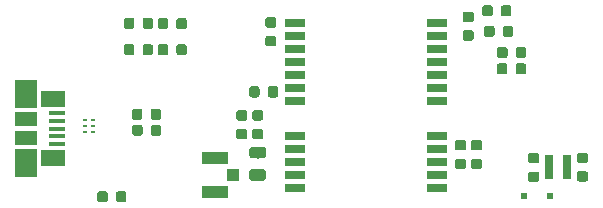
<source format=gbr>
G04 #@! TF.GenerationSoftware,KiCad,Pcbnew,(5.1.4)-1*
G04 #@! TF.CreationDate,2019-12-26T22:32:10-05:00*
G04 #@! TF.ProjectId,Feather-NEO-M9N-GPS,46656174-6865-4722-9d4e-454f2d4d394e,rev?*
G04 #@! TF.SameCoordinates,Original*
G04 #@! TF.FileFunction,Paste,Top*
G04 #@! TF.FilePolarity,Positive*
%FSLAX46Y46*%
G04 Gerber Fmt 4.6, Leading zero omitted, Abs format (unit mm)*
G04 Created by KiCad (PCBNEW (5.1.4)-1) date 2019-12-26 22:32:10*
%MOMM*%
%LPD*%
G04 APERTURE LIST*
%ADD10R,1.800000X0.800000*%
%ADD11R,0.325000X0.250000*%
%ADD12R,1.050000X1.000000*%
%ADD13R,2.200000X1.050000*%
%ADD14R,1.900000X1.175000*%
%ADD15R,1.900000X2.375000*%
%ADD16R,2.100000X1.475000*%
%ADD17R,1.380000X0.450000*%
%ADD18C,0.100000*%
%ADD19C,0.875000*%
%ADD20R,0.500000X0.500000*%
%ADD21R,0.800000X2.000000*%
%ADD22C,0.975000*%
G04 APERTURE END LIST*
D10*
X164902400Y-79347300D03*
X164902400Y-80447300D03*
X164902400Y-81547300D03*
X164902400Y-82647300D03*
X164902400Y-83747300D03*
X164902400Y-84847300D03*
X164902400Y-85947300D03*
X164902400Y-88947300D03*
X164902400Y-90047300D03*
X164902400Y-91147300D03*
X164902400Y-92247300D03*
X164902400Y-93347300D03*
X152902400Y-93347300D03*
X152902400Y-92247300D03*
X152902400Y-91147300D03*
X152902400Y-90047300D03*
X152902400Y-88947300D03*
X152902400Y-85947300D03*
X152902400Y-84847300D03*
X152902400Y-83747300D03*
X152902400Y-82647300D03*
X152902400Y-81547300D03*
X152902400Y-80447300D03*
X152902400Y-79347300D03*
D11*
X135810440Y-87617680D03*
X135810440Y-88117680D03*
X135810440Y-88617680D03*
X135136440Y-88617680D03*
X135136440Y-88117680D03*
X135136440Y-87617680D03*
D12*
X147663900Y-92252800D03*
D13*
X146138900Y-90777800D03*
X146138900Y-93727800D03*
D14*
X130107840Y-89160880D03*
X130107840Y-87480880D03*
D15*
X130107840Y-91230880D03*
X130107840Y-85410880D03*
D16*
X132407840Y-90783380D03*
X132407840Y-85858380D03*
D17*
X132767840Y-89620880D03*
X132767840Y-88970880D03*
X132767840Y-88320880D03*
X132767840Y-87670880D03*
X132767840Y-87020880D03*
D18*
G36*
X151153691Y-78907973D02*
G01*
X151174926Y-78911123D01*
X151195750Y-78916339D01*
X151215962Y-78923571D01*
X151235368Y-78932750D01*
X151253781Y-78943786D01*
X151271024Y-78956574D01*
X151286930Y-78970990D01*
X151301346Y-78986896D01*
X151314134Y-79004139D01*
X151325170Y-79022552D01*
X151334349Y-79041958D01*
X151341581Y-79062170D01*
X151346797Y-79082994D01*
X151349947Y-79104229D01*
X151351000Y-79125670D01*
X151351000Y-79563170D01*
X151349947Y-79584611D01*
X151346797Y-79605846D01*
X151341581Y-79626670D01*
X151334349Y-79646882D01*
X151325170Y-79666288D01*
X151314134Y-79684701D01*
X151301346Y-79701944D01*
X151286930Y-79717850D01*
X151271024Y-79732266D01*
X151253781Y-79745054D01*
X151235368Y-79756090D01*
X151215962Y-79765269D01*
X151195750Y-79772501D01*
X151174926Y-79777717D01*
X151153691Y-79780867D01*
X151132250Y-79781920D01*
X150619750Y-79781920D01*
X150598309Y-79780867D01*
X150577074Y-79777717D01*
X150556250Y-79772501D01*
X150536038Y-79765269D01*
X150516632Y-79756090D01*
X150498219Y-79745054D01*
X150480976Y-79732266D01*
X150465070Y-79717850D01*
X150450654Y-79701944D01*
X150437866Y-79684701D01*
X150426830Y-79666288D01*
X150417651Y-79646882D01*
X150410419Y-79626670D01*
X150405203Y-79605846D01*
X150402053Y-79584611D01*
X150401000Y-79563170D01*
X150401000Y-79125670D01*
X150402053Y-79104229D01*
X150405203Y-79082994D01*
X150410419Y-79062170D01*
X150417651Y-79041958D01*
X150426830Y-79022552D01*
X150437866Y-79004139D01*
X150450654Y-78986896D01*
X150465070Y-78970990D01*
X150480976Y-78956574D01*
X150498219Y-78943786D01*
X150516632Y-78932750D01*
X150536038Y-78923571D01*
X150556250Y-78916339D01*
X150577074Y-78911123D01*
X150598309Y-78907973D01*
X150619750Y-78906920D01*
X151132250Y-78906920D01*
X151153691Y-78907973D01*
X151153691Y-78907973D01*
G37*
D19*
X150876000Y-79344420D03*
D18*
G36*
X151153691Y-80482973D02*
G01*
X151174926Y-80486123D01*
X151195750Y-80491339D01*
X151215962Y-80498571D01*
X151235368Y-80507750D01*
X151253781Y-80518786D01*
X151271024Y-80531574D01*
X151286930Y-80545990D01*
X151301346Y-80561896D01*
X151314134Y-80579139D01*
X151325170Y-80597552D01*
X151334349Y-80616958D01*
X151341581Y-80637170D01*
X151346797Y-80657994D01*
X151349947Y-80679229D01*
X151351000Y-80700670D01*
X151351000Y-81138170D01*
X151349947Y-81159611D01*
X151346797Y-81180846D01*
X151341581Y-81201670D01*
X151334349Y-81221882D01*
X151325170Y-81241288D01*
X151314134Y-81259701D01*
X151301346Y-81276944D01*
X151286930Y-81292850D01*
X151271024Y-81307266D01*
X151253781Y-81320054D01*
X151235368Y-81331090D01*
X151215962Y-81340269D01*
X151195750Y-81347501D01*
X151174926Y-81352717D01*
X151153691Y-81355867D01*
X151132250Y-81356920D01*
X150619750Y-81356920D01*
X150598309Y-81355867D01*
X150577074Y-81352717D01*
X150556250Y-81347501D01*
X150536038Y-81340269D01*
X150516632Y-81331090D01*
X150498219Y-81320054D01*
X150480976Y-81307266D01*
X150465070Y-81292850D01*
X150450654Y-81276944D01*
X150437866Y-81259701D01*
X150426830Y-81241288D01*
X150417651Y-81221882D01*
X150410419Y-81201670D01*
X150405203Y-81180846D01*
X150402053Y-81159611D01*
X150401000Y-81138170D01*
X150401000Y-80700670D01*
X150402053Y-80679229D01*
X150405203Y-80657994D01*
X150410419Y-80637170D01*
X150417651Y-80616958D01*
X150426830Y-80597552D01*
X150437866Y-80579139D01*
X150450654Y-80561896D01*
X150465070Y-80545990D01*
X150480976Y-80531574D01*
X150498219Y-80518786D01*
X150516632Y-80507750D01*
X150536038Y-80498571D01*
X150556250Y-80491339D01*
X150577074Y-80486123D01*
X150598309Y-80482973D01*
X150619750Y-80481920D01*
X151132250Y-80481920D01*
X151153691Y-80482973D01*
X151153691Y-80482973D01*
G37*
D19*
X150876000Y-80919420D03*
D18*
G36*
X143557411Y-81171813D02*
G01*
X143578646Y-81174963D01*
X143599470Y-81180179D01*
X143619682Y-81187411D01*
X143639088Y-81196590D01*
X143657501Y-81207626D01*
X143674744Y-81220414D01*
X143690650Y-81234830D01*
X143705066Y-81250736D01*
X143717854Y-81267979D01*
X143728890Y-81286392D01*
X143738069Y-81305798D01*
X143745301Y-81326010D01*
X143750517Y-81346834D01*
X143753667Y-81368069D01*
X143754720Y-81389510D01*
X143754720Y-81902010D01*
X143753667Y-81923451D01*
X143750517Y-81944686D01*
X143745301Y-81965510D01*
X143738069Y-81985722D01*
X143728890Y-82005128D01*
X143717854Y-82023541D01*
X143705066Y-82040784D01*
X143690650Y-82056690D01*
X143674744Y-82071106D01*
X143657501Y-82083894D01*
X143639088Y-82094930D01*
X143619682Y-82104109D01*
X143599470Y-82111341D01*
X143578646Y-82116557D01*
X143557411Y-82119707D01*
X143535970Y-82120760D01*
X143098470Y-82120760D01*
X143077029Y-82119707D01*
X143055794Y-82116557D01*
X143034970Y-82111341D01*
X143014758Y-82104109D01*
X142995352Y-82094930D01*
X142976939Y-82083894D01*
X142959696Y-82071106D01*
X142943790Y-82056690D01*
X142929374Y-82040784D01*
X142916586Y-82023541D01*
X142905550Y-82005128D01*
X142896371Y-81985722D01*
X142889139Y-81965510D01*
X142883923Y-81944686D01*
X142880773Y-81923451D01*
X142879720Y-81902010D01*
X142879720Y-81389510D01*
X142880773Y-81368069D01*
X142883923Y-81346834D01*
X142889139Y-81326010D01*
X142896371Y-81305798D01*
X142905550Y-81286392D01*
X142916586Y-81267979D01*
X142929374Y-81250736D01*
X142943790Y-81234830D01*
X142959696Y-81220414D01*
X142976939Y-81207626D01*
X142995352Y-81196590D01*
X143014758Y-81187411D01*
X143034970Y-81180179D01*
X143055794Y-81174963D01*
X143077029Y-81171813D01*
X143098470Y-81170760D01*
X143535970Y-81170760D01*
X143557411Y-81171813D01*
X143557411Y-81171813D01*
G37*
D19*
X143317220Y-81645760D03*
D18*
G36*
X141982411Y-81171813D02*
G01*
X142003646Y-81174963D01*
X142024470Y-81180179D01*
X142044682Y-81187411D01*
X142064088Y-81196590D01*
X142082501Y-81207626D01*
X142099744Y-81220414D01*
X142115650Y-81234830D01*
X142130066Y-81250736D01*
X142142854Y-81267979D01*
X142153890Y-81286392D01*
X142163069Y-81305798D01*
X142170301Y-81326010D01*
X142175517Y-81346834D01*
X142178667Y-81368069D01*
X142179720Y-81389510D01*
X142179720Y-81902010D01*
X142178667Y-81923451D01*
X142175517Y-81944686D01*
X142170301Y-81965510D01*
X142163069Y-81985722D01*
X142153890Y-82005128D01*
X142142854Y-82023541D01*
X142130066Y-82040784D01*
X142115650Y-82056690D01*
X142099744Y-82071106D01*
X142082501Y-82083894D01*
X142064088Y-82094930D01*
X142044682Y-82104109D01*
X142024470Y-82111341D01*
X142003646Y-82116557D01*
X141982411Y-82119707D01*
X141960970Y-82120760D01*
X141523470Y-82120760D01*
X141502029Y-82119707D01*
X141480794Y-82116557D01*
X141459970Y-82111341D01*
X141439758Y-82104109D01*
X141420352Y-82094930D01*
X141401939Y-82083894D01*
X141384696Y-82071106D01*
X141368790Y-82056690D01*
X141354374Y-82040784D01*
X141341586Y-82023541D01*
X141330550Y-82005128D01*
X141321371Y-81985722D01*
X141314139Y-81965510D01*
X141308923Y-81944686D01*
X141305773Y-81923451D01*
X141304720Y-81902010D01*
X141304720Y-81389510D01*
X141305773Y-81368069D01*
X141308923Y-81346834D01*
X141314139Y-81326010D01*
X141321371Y-81305798D01*
X141330550Y-81286392D01*
X141341586Y-81267979D01*
X141354374Y-81250736D01*
X141368790Y-81234830D01*
X141384696Y-81220414D01*
X141401939Y-81207626D01*
X141420352Y-81196590D01*
X141439758Y-81187411D01*
X141459970Y-81180179D01*
X141480794Y-81174963D01*
X141502029Y-81171813D01*
X141523470Y-81170760D01*
X141960970Y-81170760D01*
X141982411Y-81171813D01*
X141982411Y-81171813D01*
G37*
D19*
X141742220Y-81645760D03*
D18*
G36*
X143552171Y-78956933D02*
G01*
X143573406Y-78960083D01*
X143594230Y-78965299D01*
X143614442Y-78972531D01*
X143633848Y-78981710D01*
X143652261Y-78992746D01*
X143669504Y-79005534D01*
X143685410Y-79019950D01*
X143699826Y-79035856D01*
X143712614Y-79053099D01*
X143723650Y-79071512D01*
X143732829Y-79090918D01*
X143740061Y-79111130D01*
X143745277Y-79131954D01*
X143748427Y-79153189D01*
X143749480Y-79174630D01*
X143749480Y-79687130D01*
X143748427Y-79708571D01*
X143745277Y-79729806D01*
X143740061Y-79750630D01*
X143732829Y-79770842D01*
X143723650Y-79790248D01*
X143712614Y-79808661D01*
X143699826Y-79825904D01*
X143685410Y-79841810D01*
X143669504Y-79856226D01*
X143652261Y-79869014D01*
X143633848Y-79880050D01*
X143614442Y-79889229D01*
X143594230Y-79896461D01*
X143573406Y-79901677D01*
X143552171Y-79904827D01*
X143530730Y-79905880D01*
X143093230Y-79905880D01*
X143071789Y-79904827D01*
X143050554Y-79901677D01*
X143029730Y-79896461D01*
X143009518Y-79889229D01*
X142990112Y-79880050D01*
X142971699Y-79869014D01*
X142954456Y-79856226D01*
X142938550Y-79841810D01*
X142924134Y-79825904D01*
X142911346Y-79808661D01*
X142900310Y-79790248D01*
X142891131Y-79770842D01*
X142883899Y-79750630D01*
X142878683Y-79729806D01*
X142875533Y-79708571D01*
X142874480Y-79687130D01*
X142874480Y-79174630D01*
X142875533Y-79153189D01*
X142878683Y-79131954D01*
X142883899Y-79111130D01*
X142891131Y-79090918D01*
X142900310Y-79071512D01*
X142911346Y-79053099D01*
X142924134Y-79035856D01*
X142938550Y-79019950D01*
X142954456Y-79005534D01*
X142971699Y-78992746D01*
X142990112Y-78981710D01*
X143009518Y-78972531D01*
X143029730Y-78965299D01*
X143050554Y-78960083D01*
X143071789Y-78956933D01*
X143093230Y-78955880D01*
X143530730Y-78955880D01*
X143552171Y-78956933D01*
X143552171Y-78956933D01*
G37*
D19*
X143311980Y-79430880D03*
D18*
G36*
X141977171Y-78956933D02*
G01*
X141998406Y-78960083D01*
X142019230Y-78965299D01*
X142039442Y-78972531D01*
X142058848Y-78981710D01*
X142077261Y-78992746D01*
X142094504Y-79005534D01*
X142110410Y-79019950D01*
X142124826Y-79035856D01*
X142137614Y-79053099D01*
X142148650Y-79071512D01*
X142157829Y-79090918D01*
X142165061Y-79111130D01*
X142170277Y-79131954D01*
X142173427Y-79153189D01*
X142174480Y-79174630D01*
X142174480Y-79687130D01*
X142173427Y-79708571D01*
X142170277Y-79729806D01*
X142165061Y-79750630D01*
X142157829Y-79770842D01*
X142148650Y-79790248D01*
X142137614Y-79808661D01*
X142124826Y-79825904D01*
X142110410Y-79841810D01*
X142094504Y-79856226D01*
X142077261Y-79869014D01*
X142058848Y-79880050D01*
X142039442Y-79889229D01*
X142019230Y-79896461D01*
X141998406Y-79901677D01*
X141977171Y-79904827D01*
X141955730Y-79905880D01*
X141518230Y-79905880D01*
X141496789Y-79904827D01*
X141475554Y-79901677D01*
X141454730Y-79896461D01*
X141434518Y-79889229D01*
X141415112Y-79880050D01*
X141396699Y-79869014D01*
X141379456Y-79856226D01*
X141363550Y-79841810D01*
X141349134Y-79825904D01*
X141336346Y-79808661D01*
X141325310Y-79790248D01*
X141316131Y-79770842D01*
X141308899Y-79750630D01*
X141303683Y-79729806D01*
X141300533Y-79708571D01*
X141299480Y-79687130D01*
X141299480Y-79174630D01*
X141300533Y-79153189D01*
X141303683Y-79131954D01*
X141308899Y-79111130D01*
X141316131Y-79090918D01*
X141325310Y-79071512D01*
X141336346Y-79053099D01*
X141349134Y-79035856D01*
X141363550Y-79019950D01*
X141379456Y-79005534D01*
X141396699Y-78992746D01*
X141415112Y-78981710D01*
X141434518Y-78972531D01*
X141454730Y-78965299D01*
X141475554Y-78960083D01*
X141496789Y-78956933D01*
X141518230Y-78955880D01*
X141955730Y-78955880D01*
X141977171Y-78956933D01*
X141977171Y-78956933D01*
G37*
D19*
X141736980Y-79430880D03*
D18*
G36*
X169612371Y-79612253D02*
G01*
X169633606Y-79615403D01*
X169654430Y-79620619D01*
X169674642Y-79627851D01*
X169694048Y-79637030D01*
X169712461Y-79648066D01*
X169729704Y-79660854D01*
X169745610Y-79675270D01*
X169760026Y-79691176D01*
X169772814Y-79708419D01*
X169783850Y-79726832D01*
X169793029Y-79746238D01*
X169800261Y-79766450D01*
X169805477Y-79787274D01*
X169808627Y-79808509D01*
X169809680Y-79829950D01*
X169809680Y-80342450D01*
X169808627Y-80363891D01*
X169805477Y-80385126D01*
X169800261Y-80405950D01*
X169793029Y-80426162D01*
X169783850Y-80445568D01*
X169772814Y-80463981D01*
X169760026Y-80481224D01*
X169745610Y-80497130D01*
X169729704Y-80511546D01*
X169712461Y-80524334D01*
X169694048Y-80535370D01*
X169674642Y-80544549D01*
X169654430Y-80551781D01*
X169633606Y-80556997D01*
X169612371Y-80560147D01*
X169590930Y-80561200D01*
X169153430Y-80561200D01*
X169131989Y-80560147D01*
X169110754Y-80556997D01*
X169089930Y-80551781D01*
X169069718Y-80544549D01*
X169050312Y-80535370D01*
X169031899Y-80524334D01*
X169014656Y-80511546D01*
X168998750Y-80497130D01*
X168984334Y-80481224D01*
X168971546Y-80463981D01*
X168960510Y-80445568D01*
X168951331Y-80426162D01*
X168944099Y-80405950D01*
X168938883Y-80385126D01*
X168935733Y-80363891D01*
X168934680Y-80342450D01*
X168934680Y-79829950D01*
X168935733Y-79808509D01*
X168938883Y-79787274D01*
X168944099Y-79766450D01*
X168951331Y-79746238D01*
X168960510Y-79726832D01*
X168971546Y-79708419D01*
X168984334Y-79691176D01*
X168998750Y-79675270D01*
X169014656Y-79660854D01*
X169031899Y-79648066D01*
X169050312Y-79637030D01*
X169069718Y-79627851D01*
X169089930Y-79620619D01*
X169110754Y-79615403D01*
X169131989Y-79612253D01*
X169153430Y-79611200D01*
X169590930Y-79611200D01*
X169612371Y-79612253D01*
X169612371Y-79612253D01*
G37*
D19*
X169372180Y-80086200D03*
D18*
G36*
X171187371Y-79612253D02*
G01*
X171208606Y-79615403D01*
X171229430Y-79620619D01*
X171249642Y-79627851D01*
X171269048Y-79637030D01*
X171287461Y-79648066D01*
X171304704Y-79660854D01*
X171320610Y-79675270D01*
X171335026Y-79691176D01*
X171347814Y-79708419D01*
X171358850Y-79726832D01*
X171368029Y-79746238D01*
X171375261Y-79766450D01*
X171380477Y-79787274D01*
X171383627Y-79808509D01*
X171384680Y-79829950D01*
X171384680Y-80342450D01*
X171383627Y-80363891D01*
X171380477Y-80385126D01*
X171375261Y-80405950D01*
X171368029Y-80426162D01*
X171358850Y-80445568D01*
X171347814Y-80463981D01*
X171335026Y-80481224D01*
X171320610Y-80497130D01*
X171304704Y-80511546D01*
X171287461Y-80524334D01*
X171269048Y-80535370D01*
X171249642Y-80544549D01*
X171229430Y-80551781D01*
X171208606Y-80556997D01*
X171187371Y-80560147D01*
X171165930Y-80561200D01*
X170728430Y-80561200D01*
X170706989Y-80560147D01*
X170685754Y-80556997D01*
X170664930Y-80551781D01*
X170644718Y-80544549D01*
X170625312Y-80535370D01*
X170606899Y-80524334D01*
X170589656Y-80511546D01*
X170573750Y-80497130D01*
X170559334Y-80481224D01*
X170546546Y-80463981D01*
X170535510Y-80445568D01*
X170526331Y-80426162D01*
X170519099Y-80405950D01*
X170513883Y-80385126D01*
X170510733Y-80363891D01*
X170509680Y-80342450D01*
X170509680Y-79829950D01*
X170510733Y-79808509D01*
X170513883Y-79787274D01*
X170519099Y-79766450D01*
X170526331Y-79746238D01*
X170535510Y-79726832D01*
X170546546Y-79708419D01*
X170559334Y-79691176D01*
X170573750Y-79675270D01*
X170589656Y-79660854D01*
X170606899Y-79648066D01*
X170625312Y-79637030D01*
X170644718Y-79627851D01*
X170664930Y-79620619D01*
X170685754Y-79615403D01*
X170706989Y-79612253D01*
X170728430Y-79611200D01*
X171165930Y-79611200D01*
X171187371Y-79612253D01*
X171187371Y-79612253D01*
G37*
D19*
X170947180Y-80086200D03*
D18*
G36*
X169454891Y-77879973D02*
G01*
X169476126Y-77883123D01*
X169496950Y-77888339D01*
X169517162Y-77895571D01*
X169536568Y-77904750D01*
X169554981Y-77915786D01*
X169572224Y-77928574D01*
X169588130Y-77942990D01*
X169602546Y-77958896D01*
X169615334Y-77976139D01*
X169626370Y-77994552D01*
X169635549Y-78013958D01*
X169642781Y-78034170D01*
X169647997Y-78054994D01*
X169651147Y-78076229D01*
X169652200Y-78097670D01*
X169652200Y-78610170D01*
X169651147Y-78631611D01*
X169647997Y-78652846D01*
X169642781Y-78673670D01*
X169635549Y-78693882D01*
X169626370Y-78713288D01*
X169615334Y-78731701D01*
X169602546Y-78748944D01*
X169588130Y-78764850D01*
X169572224Y-78779266D01*
X169554981Y-78792054D01*
X169536568Y-78803090D01*
X169517162Y-78812269D01*
X169496950Y-78819501D01*
X169476126Y-78824717D01*
X169454891Y-78827867D01*
X169433450Y-78828920D01*
X168995950Y-78828920D01*
X168974509Y-78827867D01*
X168953274Y-78824717D01*
X168932450Y-78819501D01*
X168912238Y-78812269D01*
X168892832Y-78803090D01*
X168874419Y-78792054D01*
X168857176Y-78779266D01*
X168841270Y-78764850D01*
X168826854Y-78748944D01*
X168814066Y-78731701D01*
X168803030Y-78713288D01*
X168793851Y-78693882D01*
X168786619Y-78673670D01*
X168781403Y-78652846D01*
X168778253Y-78631611D01*
X168777200Y-78610170D01*
X168777200Y-78097670D01*
X168778253Y-78076229D01*
X168781403Y-78054994D01*
X168786619Y-78034170D01*
X168793851Y-78013958D01*
X168803030Y-77994552D01*
X168814066Y-77976139D01*
X168826854Y-77958896D01*
X168841270Y-77942990D01*
X168857176Y-77928574D01*
X168874419Y-77915786D01*
X168892832Y-77904750D01*
X168912238Y-77895571D01*
X168932450Y-77888339D01*
X168953274Y-77883123D01*
X168974509Y-77879973D01*
X168995950Y-77878920D01*
X169433450Y-77878920D01*
X169454891Y-77879973D01*
X169454891Y-77879973D01*
G37*
D19*
X169214700Y-78353920D03*
D18*
G36*
X171029891Y-77879973D02*
G01*
X171051126Y-77883123D01*
X171071950Y-77888339D01*
X171092162Y-77895571D01*
X171111568Y-77904750D01*
X171129981Y-77915786D01*
X171147224Y-77928574D01*
X171163130Y-77942990D01*
X171177546Y-77958896D01*
X171190334Y-77976139D01*
X171201370Y-77994552D01*
X171210549Y-78013958D01*
X171217781Y-78034170D01*
X171222997Y-78054994D01*
X171226147Y-78076229D01*
X171227200Y-78097670D01*
X171227200Y-78610170D01*
X171226147Y-78631611D01*
X171222997Y-78652846D01*
X171217781Y-78673670D01*
X171210549Y-78693882D01*
X171201370Y-78713288D01*
X171190334Y-78731701D01*
X171177546Y-78748944D01*
X171163130Y-78764850D01*
X171147224Y-78779266D01*
X171129981Y-78792054D01*
X171111568Y-78803090D01*
X171092162Y-78812269D01*
X171071950Y-78819501D01*
X171051126Y-78824717D01*
X171029891Y-78827867D01*
X171008450Y-78828920D01*
X170570950Y-78828920D01*
X170549509Y-78827867D01*
X170528274Y-78824717D01*
X170507450Y-78819501D01*
X170487238Y-78812269D01*
X170467832Y-78803090D01*
X170449419Y-78792054D01*
X170432176Y-78779266D01*
X170416270Y-78764850D01*
X170401854Y-78748944D01*
X170389066Y-78731701D01*
X170378030Y-78713288D01*
X170368851Y-78693882D01*
X170361619Y-78673670D01*
X170356403Y-78652846D01*
X170353253Y-78631611D01*
X170352200Y-78610170D01*
X170352200Y-78097670D01*
X170353253Y-78076229D01*
X170356403Y-78054994D01*
X170361619Y-78034170D01*
X170368851Y-78013958D01*
X170378030Y-77994552D01*
X170389066Y-77976139D01*
X170401854Y-77958896D01*
X170416270Y-77942990D01*
X170432176Y-77928574D01*
X170449419Y-77915786D01*
X170467832Y-77904750D01*
X170487238Y-77895571D01*
X170507450Y-77888339D01*
X170528274Y-77883123D01*
X170549509Y-77879973D01*
X170570950Y-77878920D01*
X171008450Y-77878920D01*
X171029891Y-77879973D01*
X171029891Y-77879973D01*
G37*
D19*
X170789700Y-78353920D03*
D18*
G36*
X177529051Y-91935833D02*
G01*
X177550286Y-91938983D01*
X177571110Y-91944199D01*
X177591322Y-91951431D01*
X177610728Y-91960610D01*
X177629141Y-91971646D01*
X177646384Y-91984434D01*
X177662290Y-91998850D01*
X177676706Y-92014756D01*
X177689494Y-92031999D01*
X177700530Y-92050412D01*
X177709709Y-92069818D01*
X177716941Y-92090030D01*
X177722157Y-92110854D01*
X177725307Y-92132089D01*
X177726360Y-92153530D01*
X177726360Y-92591030D01*
X177725307Y-92612471D01*
X177722157Y-92633706D01*
X177716941Y-92654530D01*
X177709709Y-92674742D01*
X177700530Y-92694148D01*
X177689494Y-92712561D01*
X177676706Y-92729804D01*
X177662290Y-92745710D01*
X177646384Y-92760126D01*
X177629141Y-92772914D01*
X177610728Y-92783950D01*
X177591322Y-92793129D01*
X177571110Y-92800361D01*
X177550286Y-92805577D01*
X177529051Y-92808727D01*
X177507610Y-92809780D01*
X176995110Y-92809780D01*
X176973669Y-92808727D01*
X176952434Y-92805577D01*
X176931610Y-92800361D01*
X176911398Y-92793129D01*
X176891992Y-92783950D01*
X176873579Y-92772914D01*
X176856336Y-92760126D01*
X176840430Y-92745710D01*
X176826014Y-92729804D01*
X176813226Y-92712561D01*
X176802190Y-92694148D01*
X176793011Y-92674742D01*
X176785779Y-92654530D01*
X176780563Y-92633706D01*
X176777413Y-92612471D01*
X176776360Y-92591030D01*
X176776360Y-92153530D01*
X176777413Y-92132089D01*
X176780563Y-92110854D01*
X176785779Y-92090030D01*
X176793011Y-92069818D01*
X176802190Y-92050412D01*
X176813226Y-92031999D01*
X176826014Y-92014756D01*
X176840430Y-91998850D01*
X176856336Y-91984434D01*
X176873579Y-91971646D01*
X176891992Y-91960610D01*
X176911398Y-91951431D01*
X176931610Y-91944199D01*
X176952434Y-91938983D01*
X176973669Y-91935833D01*
X176995110Y-91934780D01*
X177507610Y-91934780D01*
X177529051Y-91935833D01*
X177529051Y-91935833D01*
G37*
D19*
X177251360Y-92372280D03*
D18*
G36*
X177529051Y-90360833D02*
G01*
X177550286Y-90363983D01*
X177571110Y-90369199D01*
X177591322Y-90376431D01*
X177610728Y-90385610D01*
X177629141Y-90396646D01*
X177646384Y-90409434D01*
X177662290Y-90423850D01*
X177676706Y-90439756D01*
X177689494Y-90456999D01*
X177700530Y-90475412D01*
X177709709Y-90494818D01*
X177716941Y-90515030D01*
X177722157Y-90535854D01*
X177725307Y-90557089D01*
X177726360Y-90578530D01*
X177726360Y-91016030D01*
X177725307Y-91037471D01*
X177722157Y-91058706D01*
X177716941Y-91079530D01*
X177709709Y-91099742D01*
X177700530Y-91119148D01*
X177689494Y-91137561D01*
X177676706Y-91154804D01*
X177662290Y-91170710D01*
X177646384Y-91185126D01*
X177629141Y-91197914D01*
X177610728Y-91208950D01*
X177591322Y-91218129D01*
X177571110Y-91225361D01*
X177550286Y-91230577D01*
X177529051Y-91233727D01*
X177507610Y-91234780D01*
X176995110Y-91234780D01*
X176973669Y-91233727D01*
X176952434Y-91230577D01*
X176931610Y-91225361D01*
X176911398Y-91218129D01*
X176891992Y-91208950D01*
X176873579Y-91197914D01*
X176856336Y-91185126D01*
X176840430Y-91170710D01*
X176826014Y-91154804D01*
X176813226Y-91137561D01*
X176802190Y-91119148D01*
X176793011Y-91099742D01*
X176785779Y-91079530D01*
X176780563Y-91058706D01*
X176777413Y-91037471D01*
X176776360Y-91016030D01*
X176776360Y-90578530D01*
X176777413Y-90557089D01*
X176780563Y-90535854D01*
X176785779Y-90515030D01*
X176793011Y-90494818D01*
X176802190Y-90475412D01*
X176813226Y-90456999D01*
X176826014Y-90439756D01*
X176840430Y-90423850D01*
X176856336Y-90409434D01*
X176873579Y-90396646D01*
X176891992Y-90385610D01*
X176911398Y-90376431D01*
X176931610Y-90369199D01*
X176952434Y-90363983D01*
X176973669Y-90360833D01*
X176995110Y-90359780D01*
X177507610Y-90359780D01*
X177529051Y-90360833D01*
X177529051Y-90360833D01*
G37*
D19*
X177251360Y-90797280D03*
D18*
G36*
X138441691Y-93627973D02*
G01*
X138462926Y-93631123D01*
X138483750Y-93636339D01*
X138503962Y-93643571D01*
X138523368Y-93652750D01*
X138541781Y-93663786D01*
X138559024Y-93676574D01*
X138574930Y-93690990D01*
X138589346Y-93706896D01*
X138602134Y-93724139D01*
X138613170Y-93742552D01*
X138622349Y-93761958D01*
X138629581Y-93782170D01*
X138634797Y-93802994D01*
X138637947Y-93824229D01*
X138639000Y-93845670D01*
X138639000Y-94358170D01*
X138637947Y-94379611D01*
X138634797Y-94400846D01*
X138629581Y-94421670D01*
X138622349Y-94441882D01*
X138613170Y-94461288D01*
X138602134Y-94479701D01*
X138589346Y-94496944D01*
X138574930Y-94512850D01*
X138559024Y-94527266D01*
X138541781Y-94540054D01*
X138523368Y-94551090D01*
X138503962Y-94560269D01*
X138483750Y-94567501D01*
X138462926Y-94572717D01*
X138441691Y-94575867D01*
X138420250Y-94576920D01*
X137982750Y-94576920D01*
X137961309Y-94575867D01*
X137940074Y-94572717D01*
X137919250Y-94567501D01*
X137899038Y-94560269D01*
X137879632Y-94551090D01*
X137861219Y-94540054D01*
X137843976Y-94527266D01*
X137828070Y-94512850D01*
X137813654Y-94496944D01*
X137800866Y-94479701D01*
X137789830Y-94461288D01*
X137780651Y-94441882D01*
X137773419Y-94421670D01*
X137768203Y-94400846D01*
X137765053Y-94379611D01*
X137764000Y-94358170D01*
X137764000Y-93845670D01*
X137765053Y-93824229D01*
X137768203Y-93802994D01*
X137773419Y-93782170D01*
X137780651Y-93761958D01*
X137789830Y-93742552D01*
X137800866Y-93724139D01*
X137813654Y-93706896D01*
X137828070Y-93690990D01*
X137843976Y-93676574D01*
X137861219Y-93663786D01*
X137879632Y-93652750D01*
X137899038Y-93643571D01*
X137919250Y-93636339D01*
X137940074Y-93631123D01*
X137961309Y-93627973D01*
X137982750Y-93626920D01*
X138420250Y-93626920D01*
X138441691Y-93627973D01*
X138441691Y-93627973D01*
G37*
D19*
X138201500Y-94101920D03*
D18*
G36*
X136866691Y-93627973D02*
G01*
X136887926Y-93631123D01*
X136908750Y-93636339D01*
X136928962Y-93643571D01*
X136948368Y-93652750D01*
X136966781Y-93663786D01*
X136984024Y-93676574D01*
X136999930Y-93690990D01*
X137014346Y-93706896D01*
X137027134Y-93724139D01*
X137038170Y-93742552D01*
X137047349Y-93761958D01*
X137054581Y-93782170D01*
X137059797Y-93802994D01*
X137062947Y-93824229D01*
X137064000Y-93845670D01*
X137064000Y-94358170D01*
X137062947Y-94379611D01*
X137059797Y-94400846D01*
X137054581Y-94421670D01*
X137047349Y-94441882D01*
X137038170Y-94461288D01*
X137027134Y-94479701D01*
X137014346Y-94496944D01*
X136999930Y-94512850D01*
X136984024Y-94527266D01*
X136966781Y-94540054D01*
X136948368Y-94551090D01*
X136928962Y-94560269D01*
X136908750Y-94567501D01*
X136887926Y-94572717D01*
X136866691Y-94575867D01*
X136845250Y-94576920D01*
X136407750Y-94576920D01*
X136386309Y-94575867D01*
X136365074Y-94572717D01*
X136344250Y-94567501D01*
X136324038Y-94560269D01*
X136304632Y-94551090D01*
X136286219Y-94540054D01*
X136268976Y-94527266D01*
X136253070Y-94512850D01*
X136238654Y-94496944D01*
X136225866Y-94479701D01*
X136214830Y-94461288D01*
X136205651Y-94441882D01*
X136198419Y-94421670D01*
X136193203Y-94400846D01*
X136190053Y-94379611D01*
X136189000Y-94358170D01*
X136189000Y-93845670D01*
X136190053Y-93824229D01*
X136193203Y-93802994D01*
X136198419Y-93782170D01*
X136205651Y-93761958D01*
X136214830Y-93742552D01*
X136225866Y-93724139D01*
X136238654Y-93706896D01*
X136253070Y-93690990D01*
X136268976Y-93676574D01*
X136286219Y-93663786D01*
X136304632Y-93652750D01*
X136324038Y-93643571D01*
X136344250Y-93636339D01*
X136365074Y-93631123D01*
X136386309Y-93627973D01*
X136407750Y-93626920D01*
X136845250Y-93626920D01*
X136866691Y-93627973D01*
X136866691Y-93627973D01*
G37*
D19*
X136626500Y-94101920D03*
D18*
G36*
X150036091Y-88349353D02*
G01*
X150057326Y-88352503D01*
X150078150Y-88357719D01*
X150098362Y-88364951D01*
X150117768Y-88374130D01*
X150136181Y-88385166D01*
X150153424Y-88397954D01*
X150169330Y-88412370D01*
X150183746Y-88428276D01*
X150196534Y-88445519D01*
X150207570Y-88463932D01*
X150216749Y-88483338D01*
X150223981Y-88503550D01*
X150229197Y-88524374D01*
X150232347Y-88545609D01*
X150233400Y-88567050D01*
X150233400Y-89004550D01*
X150232347Y-89025991D01*
X150229197Y-89047226D01*
X150223981Y-89068050D01*
X150216749Y-89088262D01*
X150207570Y-89107668D01*
X150196534Y-89126081D01*
X150183746Y-89143324D01*
X150169330Y-89159230D01*
X150153424Y-89173646D01*
X150136181Y-89186434D01*
X150117768Y-89197470D01*
X150098362Y-89206649D01*
X150078150Y-89213881D01*
X150057326Y-89219097D01*
X150036091Y-89222247D01*
X150014650Y-89223300D01*
X149502150Y-89223300D01*
X149480709Y-89222247D01*
X149459474Y-89219097D01*
X149438650Y-89213881D01*
X149418438Y-89206649D01*
X149399032Y-89197470D01*
X149380619Y-89186434D01*
X149363376Y-89173646D01*
X149347470Y-89159230D01*
X149333054Y-89143324D01*
X149320266Y-89126081D01*
X149309230Y-89107668D01*
X149300051Y-89088262D01*
X149292819Y-89068050D01*
X149287603Y-89047226D01*
X149284453Y-89025991D01*
X149283400Y-89004550D01*
X149283400Y-88567050D01*
X149284453Y-88545609D01*
X149287603Y-88524374D01*
X149292819Y-88503550D01*
X149300051Y-88483338D01*
X149309230Y-88463932D01*
X149320266Y-88445519D01*
X149333054Y-88428276D01*
X149347470Y-88412370D01*
X149363376Y-88397954D01*
X149380619Y-88385166D01*
X149399032Y-88374130D01*
X149418438Y-88364951D01*
X149438650Y-88357719D01*
X149459474Y-88352503D01*
X149480709Y-88349353D01*
X149502150Y-88348300D01*
X150014650Y-88348300D01*
X150036091Y-88349353D01*
X150036091Y-88349353D01*
G37*
D19*
X149758400Y-88785800D03*
D18*
G36*
X150036091Y-86774353D02*
G01*
X150057326Y-86777503D01*
X150078150Y-86782719D01*
X150098362Y-86789951D01*
X150117768Y-86799130D01*
X150136181Y-86810166D01*
X150153424Y-86822954D01*
X150169330Y-86837370D01*
X150183746Y-86853276D01*
X150196534Y-86870519D01*
X150207570Y-86888932D01*
X150216749Y-86908338D01*
X150223981Y-86928550D01*
X150229197Y-86949374D01*
X150232347Y-86970609D01*
X150233400Y-86992050D01*
X150233400Y-87429550D01*
X150232347Y-87450991D01*
X150229197Y-87472226D01*
X150223981Y-87493050D01*
X150216749Y-87513262D01*
X150207570Y-87532668D01*
X150196534Y-87551081D01*
X150183746Y-87568324D01*
X150169330Y-87584230D01*
X150153424Y-87598646D01*
X150136181Y-87611434D01*
X150117768Y-87622470D01*
X150098362Y-87631649D01*
X150078150Y-87638881D01*
X150057326Y-87644097D01*
X150036091Y-87647247D01*
X150014650Y-87648300D01*
X149502150Y-87648300D01*
X149480709Y-87647247D01*
X149459474Y-87644097D01*
X149438650Y-87638881D01*
X149418438Y-87631649D01*
X149399032Y-87622470D01*
X149380619Y-87611434D01*
X149363376Y-87598646D01*
X149347470Y-87584230D01*
X149333054Y-87568324D01*
X149320266Y-87551081D01*
X149309230Y-87532668D01*
X149300051Y-87513262D01*
X149292819Y-87493050D01*
X149287603Y-87472226D01*
X149284453Y-87450991D01*
X149283400Y-87429550D01*
X149283400Y-86992050D01*
X149284453Y-86970609D01*
X149287603Y-86949374D01*
X149292819Y-86928550D01*
X149300051Y-86908338D01*
X149309230Y-86888932D01*
X149320266Y-86870519D01*
X149333054Y-86853276D01*
X149347470Y-86837370D01*
X149363376Y-86822954D01*
X149380619Y-86810166D01*
X149399032Y-86799130D01*
X149418438Y-86789951D01*
X149438650Y-86782719D01*
X149459474Y-86777503D01*
X149480709Y-86774353D01*
X149502150Y-86773300D01*
X150014650Y-86773300D01*
X150036091Y-86774353D01*
X150036091Y-86774353D01*
G37*
D19*
X149758400Y-87210800D03*
D18*
G36*
X139802931Y-86627733D02*
G01*
X139824166Y-86630883D01*
X139844990Y-86636099D01*
X139865202Y-86643331D01*
X139884608Y-86652510D01*
X139903021Y-86663546D01*
X139920264Y-86676334D01*
X139936170Y-86690750D01*
X139950586Y-86706656D01*
X139963374Y-86723899D01*
X139974410Y-86742312D01*
X139983589Y-86761718D01*
X139990821Y-86781930D01*
X139996037Y-86802754D01*
X139999187Y-86823989D01*
X140000240Y-86845430D01*
X140000240Y-87357930D01*
X139999187Y-87379371D01*
X139996037Y-87400606D01*
X139990821Y-87421430D01*
X139983589Y-87441642D01*
X139974410Y-87461048D01*
X139963374Y-87479461D01*
X139950586Y-87496704D01*
X139936170Y-87512610D01*
X139920264Y-87527026D01*
X139903021Y-87539814D01*
X139884608Y-87550850D01*
X139865202Y-87560029D01*
X139844990Y-87567261D01*
X139824166Y-87572477D01*
X139802931Y-87575627D01*
X139781490Y-87576680D01*
X139343990Y-87576680D01*
X139322549Y-87575627D01*
X139301314Y-87572477D01*
X139280490Y-87567261D01*
X139260278Y-87560029D01*
X139240872Y-87550850D01*
X139222459Y-87539814D01*
X139205216Y-87527026D01*
X139189310Y-87512610D01*
X139174894Y-87496704D01*
X139162106Y-87479461D01*
X139151070Y-87461048D01*
X139141891Y-87441642D01*
X139134659Y-87421430D01*
X139129443Y-87400606D01*
X139126293Y-87379371D01*
X139125240Y-87357930D01*
X139125240Y-86845430D01*
X139126293Y-86823989D01*
X139129443Y-86802754D01*
X139134659Y-86781930D01*
X139141891Y-86761718D01*
X139151070Y-86742312D01*
X139162106Y-86723899D01*
X139174894Y-86706656D01*
X139189310Y-86690750D01*
X139205216Y-86676334D01*
X139222459Y-86663546D01*
X139240872Y-86652510D01*
X139260278Y-86643331D01*
X139280490Y-86636099D01*
X139301314Y-86630883D01*
X139322549Y-86627733D01*
X139343990Y-86626680D01*
X139781490Y-86626680D01*
X139802931Y-86627733D01*
X139802931Y-86627733D01*
G37*
D19*
X139562740Y-87101680D03*
D18*
G36*
X141377931Y-86627733D02*
G01*
X141399166Y-86630883D01*
X141419990Y-86636099D01*
X141440202Y-86643331D01*
X141459608Y-86652510D01*
X141478021Y-86663546D01*
X141495264Y-86676334D01*
X141511170Y-86690750D01*
X141525586Y-86706656D01*
X141538374Y-86723899D01*
X141549410Y-86742312D01*
X141558589Y-86761718D01*
X141565821Y-86781930D01*
X141571037Y-86802754D01*
X141574187Y-86823989D01*
X141575240Y-86845430D01*
X141575240Y-87357930D01*
X141574187Y-87379371D01*
X141571037Y-87400606D01*
X141565821Y-87421430D01*
X141558589Y-87441642D01*
X141549410Y-87461048D01*
X141538374Y-87479461D01*
X141525586Y-87496704D01*
X141511170Y-87512610D01*
X141495264Y-87527026D01*
X141478021Y-87539814D01*
X141459608Y-87550850D01*
X141440202Y-87560029D01*
X141419990Y-87567261D01*
X141399166Y-87572477D01*
X141377931Y-87575627D01*
X141356490Y-87576680D01*
X140918990Y-87576680D01*
X140897549Y-87575627D01*
X140876314Y-87572477D01*
X140855490Y-87567261D01*
X140835278Y-87560029D01*
X140815872Y-87550850D01*
X140797459Y-87539814D01*
X140780216Y-87527026D01*
X140764310Y-87512610D01*
X140749894Y-87496704D01*
X140737106Y-87479461D01*
X140726070Y-87461048D01*
X140716891Y-87441642D01*
X140709659Y-87421430D01*
X140704443Y-87400606D01*
X140701293Y-87379371D01*
X140700240Y-87357930D01*
X140700240Y-86845430D01*
X140701293Y-86823989D01*
X140704443Y-86802754D01*
X140709659Y-86781930D01*
X140716891Y-86761718D01*
X140726070Y-86742312D01*
X140737106Y-86723899D01*
X140749894Y-86706656D01*
X140764310Y-86690750D01*
X140780216Y-86676334D01*
X140797459Y-86663546D01*
X140815872Y-86652510D01*
X140835278Y-86643331D01*
X140855490Y-86636099D01*
X140876314Y-86630883D01*
X140897549Y-86627733D01*
X140918990Y-86626680D01*
X141356490Y-86626680D01*
X141377931Y-86627733D01*
X141377931Y-86627733D01*
G37*
D19*
X141137740Y-87101680D03*
D18*
G36*
X139813091Y-87984093D02*
G01*
X139834326Y-87987243D01*
X139855150Y-87992459D01*
X139875362Y-87999691D01*
X139894768Y-88008870D01*
X139913181Y-88019906D01*
X139930424Y-88032694D01*
X139946330Y-88047110D01*
X139960746Y-88063016D01*
X139973534Y-88080259D01*
X139984570Y-88098672D01*
X139993749Y-88118078D01*
X140000981Y-88138290D01*
X140006197Y-88159114D01*
X140009347Y-88180349D01*
X140010400Y-88201790D01*
X140010400Y-88714290D01*
X140009347Y-88735731D01*
X140006197Y-88756966D01*
X140000981Y-88777790D01*
X139993749Y-88798002D01*
X139984570Y-88817408D01*
X139973534Y-88835821D01*
X139960746Y-88853064D01*
X139946330Y-88868970D01*
X139930424Y-88883386D01*
X139913181Y-88896174D01*
X139894768Y-88907210D01*
X139875362Y-88916389D01*
X139855150Y-88923621D01*
X139834326Y-88928837D01*
X139813091Y-88931987D01*
X139791650Y-88933040D01*
X139354150Y-88933040D01*
X139332709Y-88931987D01*
X139311474Y-88928837D01*
X139290650Y-88923621D01*
X139270438Y-88916389D01*
X139251032Y-88907210D01*
X139232619Y-88896174D01*
X139215376Y-88883386D01*
X139199470Y-88868970D01*
X139185054Y-88853064D01*
X139172266Y-88835821D01*
X139161230Y-88817408D01*
X139152051Y-88798002D01*
X139144819Y-88777790D01*
X139139603Y-88756966D01*
X139136453Y-88735731D01*
X139135400Y-88714290D01*
X139135400Y-88201790D01*
X139136453Y-88180349D01*
X139139603Y-88159114D01*
X139144819Y-88138290D01*
X139152051Y-88118078D01*
X139161230Y-88098672D01*
X139172266Y-88080259D01*
X139185054Y-88063016D01*
X139199470Y-88047110D01*
X139215376Y-88032694D01*
X139232619Y-88019906D01*
X139251032Y-88008870D01*
X139270438Y-87999691D01*
X139290650Y-87992459D01*
X139311474Y-87987243D01*
X139332709Y-87984093D01*
X139354150Y-87983040D01*
X139791650Y-87983040D01*
X139813091Y-87984093D01*
X139813091Y-87984093D01*
G37*
D19*
X139572900Y-88458040D03*
D18*
G36*
X141388091Y-87984093D02*
G01*
X141409326Y-87987243D01*
X141430150Y-87992459D01*
X141450362Y-87999691D01*
X141469768Y-88008870D01*
X141488181Y-88019906D01*
X141505424Y-88032694D01*
X141521330Y-88047110D01*
X141535746Y-88063016D01*
X141548534Y-88080259D01*
X141559570Y-88098672D01*
X141568749Y-88118078D01*
X141575981Y-88138290D01*
X141581197Y-88159114D01*
X141584347Y-88180349D01*
X141585400Y-88201790D01*
X141585400Y-88714290D01*
X141584347Y-88735731D01*
X141581197Y-88756966D01*
X141575981Y-88777790D01*
X141568749Y-88798002D01*
X141559570Y-88817408D01*
X141548534Y-88835821D01*
X141535746Y-88853064D01*
X141521330Y-88868970D01*
X141505424Y-88883386D01*
X141488181Y-88896174D01*
X141469768Y-88907210D01*
X141450362Y-88916389D01*
X141430150Y-88923621D01*
X141409326Y-88928837D01*
X141388091Y-88931987D01*
X141366650Y-88933040D01*
X140929150Y-88933040D01*
X140907709Y-88931987D01*
X140886474Y-88928837D01*
X140865650Y-88923621D01*
X140845438Y-88916389D01*
X140826032Y-88907210D01*
X140807619Y-88896174D01*
X140790376Y-88883386D01*
X140774470Y-88868970D01*
X140760054Y-88853064D01*
X140747266Y-88835821D01*
X140736230Y-88817408D01*
X140727051Y-88798002D01*
X140719819Y-88777790D01*
X140714603Y-88756966D01*
X140711453Y-88735731D01*
X140710400Y-88714290D01*
X140710400Y-88201790D01*
X140711453Y-88180349D01*
X140714603Y-88159114D01*
X140719819Y-88138290D01*
X140727051Y-88118078D01*
X140736230Y-88098672D01*
X140747266Y-88080259D01*
X140760054Y-88063016D01*
X140774470Y-88047110D01*
X140790376Y-88032694D01*
X140807619Y-88019906D01*
X140826032Y-88008870D01*
X140845438Y-87999691D01*
X140865650Y-87992459D01*
X140886474Y-87987243D01*
X140907709Y-87984093D01*
X140929150Y-87983040D01*
X141366650Y-87983040D01*
X141388091Y-87984093D01*
X141388091Y-87984093D01*
G37*
D19*
X141147900Y-88458040D03*
D18*
G36*
X167214111Y-89301653D02*
G01*
X167235346Y-89304803D01*
X167256170Y-89310019D01*
X167276382Y-89317251D01*
X167295788Y-89326430D01*
X167314201Y-89337466D01*
X167331444Y-89350254D01*
X167347350Y-89364670D01*
X167361766Y-89380576D01*
X167374554Y-89397819D01*
X167385590Y-89416232D01*
X167394769Y-89435638D01*
X167402001Y-89455850D01*
X167407217Y-89476674D01*
X167410367Y-89497909D01*
X167411420Y-89519350D01*
X167411420Y-89956850D01*
X167410367Y-89978291D01*
X167407217Y-89999526D01*
X167402001Y-90020350D01*
X167394769Y-90040562D01*
X167385590Y-90059968D01*
X167374554Y-90078381D01*
X167361766Y-90095624D01*
X167347350Y-90111530D01*
X167331444Y-90125946D01*
X167314201Y-90138734D01*
X167295788Y-90149770D01*
X167276382Y-90158949D01*
X167256170Y-90166181D01*
X167235346Y-90171397D01*
X167214111Y-90174547D01*
X167192670Y-90175600D01*
X166680170Y-90175600D01*
X166658729Y-90174547D01*
X166637494Y-90171397D01*
X166616670Y-90166181D01*
X166596458Y-90158949D01*
X166577052Y-90149770D01*
X166558639Y-90138734D01*
X166541396Y-90125946D01*
X166525490Y-90111530D01*
X166511074Y-90095624D01*
X166498286Y-90078381D01*
X166487250Y-90059968D01*
X166478071Y-90040562D01*
X166470839Y-90020350D01*
X166465623Y-89999526D01*
X166462473Y-89978291D01*
X166461420Y-89956850D01*
X166461420Y-89519350D01*
X166462473Y-89497909D01*
X166465623Y-89476674D01*
X166470839Y-89455850D01*
X166478071Y-89435638D01*
X166487250Y-89416232D01*
X166498286Y-89397819D01*
X166511074Y-89380576D01*
X166525490Y-89364670D01*
X166541396Y-89350254D01*
X166558639Y-89337466D01*
X166577052Y-89326430D01*
X166596458Y-89317251D01*
X166616670Y-89310019D01*
X166637494Y-89304803D01*
X166658729Y-89301653D01*
X166680170Y-89300600D01*
X167192670Y-89300600D01*
X167214111Y-89301653D01*
X167214111Y-89301653D01*
G37*
D19*
X166936420Y-89738100D03*
D18*
G36*
X167214111Y-90876653D02*
G01*
X167235346Y-90879803D01*
X167256170Y-90885019D01*
X167276382Y-90892251D01*
X167295788Y-90901430D01*
X167314201Y-90912466D01*
X167331444Y-90925254D01*
X167347350Y-90939670D01*
X167361766Y-90955576D01*
X167374554Y-90972819D01*
X167385590Y-90991232D01*
X167394769Y-91010638D01*
X167402001Y-91030850D01*
X167407217Y-91051674D01*
X167410367Y-91072909D01*
X167411420Y-91094350D01*
X167411420Y-91531850D01*
X167410367Y-91553291D01*
X167407217Y-91574526D01*
X167402001Y-91595350D01*
X167394769Y-91615562D01*
X167385590Y-91634968D01*
X167374554Y-91653381D01*
X167361766Y-91670624D01*
X167347350Y-91686530D01*
X167331444Y-91700946D01*
X167314201Y-91713734D01*
X167295788Y-91724770D01*
X167276382Y-91733949D01*
X167256170Y-91741181D01*
X167235346Y-91746397D01*
X167214111Y-91749547D01*
X167192670Y-91750600D01*
X166680170Y-91750600D01*
X166658729Y-91749547D01*
X166637494Y-91746397D01*
X166616670Y-91741181D01*
X166596458Y-91733949D01*
X166577052Y-91724770D01*
X166558639Y-91713734D01*
X166541396Y-91700946D01*
X166525490Y-91686530D01*
X166511074Y-91670624D01*
X166498286Y-91653381D01*
X166487250Y-91634968D01*
X166478071Y-91615562D01*
X166470839Y-91595350D01*
X166465623Y-91574526D01*
X166462473Y-91553291D01*
X166461420Y-91531850D01*
X166461420Y-91094350D01*
X166462473Y-91072909D01*
X166465623Y-91051674D01*
X166470839Y-91030850D01*
X166478071Y-91010638D01*
X166487250Y-90991232D01*
X166498286Y-90972819D01*
X166511074Y-90955576D01*
X166525490Y-90939670D01*
X166541396Y-90925254D01*
X166558639Y-90912466D01*
X166577052Y-90901430D01*
X166596458Y-90892251D01*
X166616670Y-90885019D01*
X166637494Y-90879803D01*
X166658729Y-90876653D01*
X166680170Y-90875600D01*
X167192670Y-90875600D01*
X167214111Y-90876653D01*
X167214111Y-90876653D01*
G37*
D19*
X166936420Y-91313100D03*
D18*
G36*
X168570471Y-89301653D02*
G01*
X168591706Y-89304803D01*
X168612530Y-89310019D01*
X168632742Y-89317251D01*
X168652148Y-89326430D01*
X168670561Y-89337466D01*
X168687804Y-89350254D01*
X168703710Y-89364670D01*
X168718126Y-89380576D01*
X168730914Y-89397819D01*
X168741950Y-89416232D01*
X168751129Y-89435638D01*
X168758361Y-89455850D01*
X168763577Y-89476674D01*
X168766727Y-89497909D01*
X168767780Y-89519350D01*
X168767780Y-89956850D01*
X168766727Y-89978291D01*
X168763577Y-89999526D01*
X168758361Y-90020350D01*
X168751129Y-90040562D01*
X168741950Y-90059968D01*
X168730914Y-90078381D01*
X168718126Y-90095624D01*
X168703710Y-90111530D01*
X168687804Y-90125946D01*
X168670561Y-90138734D01*
X168652148Y-90149770D01*
X168632742Y-90158949D01*
X168612530Y-90166181D01*
X168591706Y-90171397D01*
X168570471Y-90174547D01*
X168549030Y-90175600D01*
X168036530Y-90175600D01*
X168015089Y-90174547D01*
X167993854Y-90171397D01*
X167973030Y-90166181D01*
X167952818Y-90158949D01*
X167933412Y-90149770D01*
X167914999Y-90138734D01*
X167897756Y-90125946D01*
X167881850Y-90111530D01*
X167867434Y-90095624D01*
X167854646Y-90078381D01*
X167843610Y-90059968D01*
X167834431Y-90040562D01*
X167827199Y-90020350D01*
X167821983Y-89999526D01*
X167818833Y-89978291D01*
X167817780Y-89956850D01*
X167817780Y-89519350D01*
X167818833Y-89497909D01*
X167821983Y-89476674D01*
X167827199Y-89455850D01*
X167834431Y-89435638D01*
X167843610Y-89416232D01*
X167854646Y-89397819D01*
X167867434Y-89380576D01*
X167881850Y-89364670D01*
X167897756Y-89350254D01*
X167914999Y-89337466D01*
X167933412Y-89326430D01*
X167952818Y-89317251D01*
X167973030Y-89310019D01*
X167993854Y-89304803D01*
X168015089Y-89301653D01*
X168036530Y-89300600D01*
X168549030Y-89300600D01*
X168570471Y-89301653D01*
X168570471Y-89301653D01*
G37*
D19*
X168292780Y-89738100D03*
D18*
G36*
X168570471Y-90876653D02*
G01*
X168591706Y-90879803D01*
X168612530Y-90885019D01*
X168632742Y-90892251D01*
X168652148Y-90901430D01*
X168670561Y-90912466D01*
X168687804Y-90925254D01*
X168703710Y-90939670D01*
X168718126Y-90955576D01*
X168730914Y-90972819D01*
X168741950Y-90991232D01*
X168751129Y-91010638D01*
X168758361Y-91030850D01*
X168763577Y-91051674D01*
X168766727Y-91072909D01*
X168767780Y-91094350D01*
X168767780Y-91531850D01*
X168766727Y-91553291D01*
X168763577Y-91574526D01*
X168758361Y-91595350D01*
X168751129Y-91615562D01*
X168741950Y-91634968D01*
X168730914Y-91653381D01*
X168718126Y-91670624D01*
X168703710Y-91686530D01*
X168687804Y-91700946D01*
X168670561Y-91713734D01*
X168652148Y-91724770D01*
X168632742Y-91733949D01*
X168612530Y-91741181D01*
X168591706Y-91746397D01*
X168570471Y-91749547D01*
X168549030Y-91750600D01*
X168036530Y-91750600D01*
X168015089Y-91749547D01*
X167993854Y-91746397D01*
X167973030Y-91741181D01*
X167952818Y-91733949D01*
X167933412Y-91724770D01*
X167914999Y-91713734D01*
X167897756Y-91700946D01*
X167881850Y-91686530D01*
X167867434Y-91670624D01*
X167854646Y-91653381D01*
X167843610Y-91634968D01*
X167834431Y-91615562D01*
X167827199Y-91595350D01*
X167821983Y-91574526D01*
X167818833Y-91553291D01*
X167817780Y-91531850D01*
X167817780Y-91094350D01*
X167818833Y-91072909D01*
X167821983Y-91051674D01*
X167827199Y-91030850D01*
X167834431Y-91010638D01*
X167843610Y-90991232D01*
X167854646Y-90972819D01*
X167867434Y-90955576D01*
X167881850Y-90939670D01*
X167897756Y-90925254D01*
X167914999Y-90912466D01*
X167933412Y-90901430D01*
X167952818Y-90892251D01*
X167973030Y-90885019D01*
X167993854Y-90879803D01*
X168015089Y-90876653D01*
X168036530Y-90875600D01*
X168549030Y-90875600D01*
X168570471Y-90876653D01*
X168570471Y-90876653D01*
G37*
D19*
X168292780Y-91313100D03*
D18*
G36*
X170714731Y-81415653D02*
G01*
X170735966Y-81418803D01*
X170756790Y-81424019D01*
X170777002Y-81431251D01*
X170796408Y-81440430D01*
X170814821Y-81451466D01*
X170832064Y-81464254D01*
X170847970Y-81478670D01*
X170862386Y-81494576D01*
X170875174Y-81511819D01*
X170886210Y-81530232D01*
X170895389Y-81549638D01*
X170902621Y-81569850D01*
X170907837Y-81590674D01*
X170910987Y-81611909D01*
X170912040Y-81633350D01*
X170912040Y-82145850D01*
X170910987Y-82167291D01*
X170907837Y-82188526D01*
X170902621Y-82209350D01*
X170895389Y-82229562D01*
X170886210Y-82248968D01*
X170875174Y-82267381D01*
X170862386Y-82284624D01*
X170847970Y-82300530D01*
X170832064Y-82314946D01*
X170814821Y-82327734D01*
X170796408Y-82338770D01*
X170777002Y-82347949D01*
X170756790Y-82355181D01*
X170735966Y-82360397D01*
X170714731Y-82363547D01*
X170693290Y-82364600D01*
X170255790Y-82364600D01*
X170234349Y-82363547D01*
X170213114Y-82360397D01*
X170192290Y-82355181D01*
X170172078Y-82347949D01*
X170152672Y-82338770D01*
X170134259Y-82327734D01*
X170117016Y-82314946D01*
X170101110Y-82300530D01*
X170086694Y-82284624D01*
X170073906Y-82267381D01*
X170062870Y-82248968D01*
X170053691Y-82229562D01*
X170046459Y-82209350D01*
X170041243Y-82188526D01*
X170038093Y-82167291D01*
X170037040Y-82145850D01*
X170037040Y-81633350D01*
X170038093Y-81611909D01*
X170041243Y-81590674D01*
X170046459Y-81569850D01*
X170053691Y-81549638D01*
X170062870Y-81530232D01*
X170073906Y-81511819D01*
X170086694Y-81494576D01*
X170101110Y-81478670D01*
X170117016Y-81464254D01*
X170134259Y-81451466D01*
X170152672Y-81440430D01*
X170172078Y-81431251D01*
X170192290Y-81424019D01*
X170213114Y-81418803D01*
X170234349Y-81415653D01*
X170255790Y-81414600D01*
X170693290Y-81414600D01*
X170714731Y-81415653D01*
X170714731Y-81415653D01*
G37*
D19*
X170474540Y-81889600D03*
D18*
G36*
X172289731Y-81415653D02*
G01*
X172310966Y-81418803D01*
X172331790Y-81424019D01*
X172352002Y-81431251D01*
X172371408Y-81440430D01*
X172389821Y-81451466D01*
X172407064Y-81464254D01*
X172422970Y-81478670D01*
X172437386Y-81494576D01*
X172450174Y-81511819D01*
X172461210Y-81530232D01*
X172470389Y-81549638D01*
X172477621Y-81569850D01*
X172482837Y-81590674D01*
X172485987Y-81611909D01*
X172487040Y-81633350D01*
X172487040Y-82145850D01*
X172485987Y-82167291D01*
X172482837Y-82188526D01*
X172477621Y-82209350D01*
X172470389Y-82229562D01*
X172461210Y-82248968D01*
X172450174Y-82267381D01*
X172437386Y-82284624D01*
X172422970Y-82300530D01*
X172407064Y-82314946D01*
X172389821Y-82327734D01*
X172371408Y-82338770D01*
X172352002Y-82347949D01*
X172331790Y-82355181D01*
X172310966Y-82360397D01*
X172289731Y-82363547D01*
X172268290Y-82364600D01*
X171830790Y-82364600D01*
X171809349Y-82363547D01*
X171788114Y-82360397D01*
X171767290Y-82355181D01*
X171747078Y-82347949D01*
X171727672Y-82338770D01*
X171709259Y-82327734D01*
X171692016Y-82314946D01*
X171676110Y-82300530D01*
X171661694Y-82284624D01*
X171648906Y-82267381D01*
X171637870Y-82248968D01*
X171628691Y-82229562D01*
X171621459Y-82209350D01*
X171616243Y-82188526D01*
X171613093Y-82167291D01*
X171612040Y-82145850D01*
X171612040Y-81633350D01*
X171613093Y-81611909D01*
X171616243Y-81590674D01*
X171621459Y-81569850D01*
X171628691Y-81549638D01*
X171637870Y-81530232D01*
X171648906Y-81511819D01*
X171661694Y-81494576D01*
X171676110Y-81478670D01*
X171692016Y-81464254D01*
X171709259Y-81451466D01*
X171727672Y-81440430D01*
X171747078Y-81431251D01*
X171767290Y-81424019D01*
X171788114Y-81418803D01*
X171809349Y-81415653D01*
X171830790Y-81414600D01*
X172268290Y-81414600D01*
X172289731Y-81415653D01*
X172289731Y-81415653D01*
G37*
D19*
X172049540Y-81889600D03*
D18*
G36*
X170699491Y-82792333D02*
G01*
X170720726Y-82795483D01*
X170741550Y-82800699D01*
X170761762Y-82807931D01*
X170781168Y-82817110D01*
X170799581Y-82828146D01*
X170816824Y-82840934D01*
X170832730Y-82855350D01*
X170847146Y-82871256D01*
X170859934Y-82888499D01*
X170870970Y-82906912D01*
X170880149Y-82926318D01*
X170887381Y-82946530D01*
X170892597Y-82967354D01*
X170895747Y-82988589D01*
X170896800Y-83010030D01*
X170896800Y-83522530D01*
X170895747Y-83543971D01*
X170892597Y-83565206D01*
X170887381Y-83586030D01*
X170880149Y-83606242D01*
X170870970Y-83625648D01*
X170859934Y-83644061D01*
X170847146Y-83661304D01*
X170832730Y-83677210D01*
X170816824Y-83691626D01*
X170799581Y-83704414D01*
X170781168Y-83715450D01*
X170761762Y-83724629D01*
X170741550Y-83731861D01*
X170720726Y-83737077D01*
X170699491Y-83740227D01*
X170678050Y-83741280D01*
X170240550Y-83741280D01*
X170219109Y-83740227D01*
X170197874Y-83737077D01*
X170177050Y-83731861D01*
X170156838Y-83724629D01*
X170137432Y-83715450D01*
X170119019Y-83704414D01*
X170101776Y-83691626D01*
X170085870Y-83677210D01*
X170071454Y-83661304D01*
X170058666Y-83644061D01*
X170047630Y-83625648D01*
X170038451Y-83606242D01*
X170031219Y-83586030D01*
X170026003Y-83565206D01*
X170022853Y-83543971D01*
X170021800Y-83522530D01*
X170021800Y-83010030D01*
X170022853Y-82988589D01*
X170026003Y-82967354D01*
X170031219Y-82946530D01*
X170038451Y-82926318D01*
X170047630Y-82906912D01*
X170058666Y-82888499D01*
X170071454Y-82871256D01*
X170085870Y-82855350D01*
X170101776Y-82840934D01*
X170119019Y-82828146D01*
X170137432Y-82817110D01*
X170156838Y-82807931D01*
X170177050Y-82800699D01*
X170197874Y-82795483D01*
X170219109Y-82792333D01*
X170240550Y-82791280D01*
X170678050Y-82791280D01*
X170699491Y-82792333D01*
X170699491Y-82792333D01*
G37*
D19*
X170459300Y-83266280D03*
D18*
G36*
X172274491Y-82792333D02*
G01*
X172295726Y-82795483D01*
X172316550Y-82800699D01*
X172336762Y-82807931D01*
X172356168Y-82817110D01*
X172374581Y-82828146D01*
X172391824Y-82840934D01*
X172407730Y-82855350D01*
X172422146Y-82871256D01*
X172434934Y-82888499D01*
X172445970Y-82906912D01*
X172455149Y-82926318D01*
X172462381Y-82946530D01*
X172467597Y-82967354D01*
X172470747Y-82988589D01*
X172471800Y-83010030D01*
X172471800Y-83522530D01*
X172470747Y-83543971D01*
X172467597Y-83565206D01*
X172462381Y-83586030D01*
X172455149Y-83606242D01*
X172445970Y-83625648D01*
X172434934Y-83644061D01*
X172422146Y-83661304D01*
X172407730Y-83677210D01*
X172391824Y-83691626D01*
X172374581Y-83704414D01*
X172356168Y-83715450D01*
X172336762Y-83724629D01*
X172316550Y-83731861D01*
X172295726Y-83737077D01*
X172274491Y-83740227D01*
X172253050Y-83741280D01*
X171815550Y-83741280D01*
X171794109Y-83740227D01*
X171772874Y-83737077D01*
X171752050Y-83731861D01*
X171731838Y-83724629D01*
X171712432Y-83715450D01*
X171694019Y-83704414D01*
X171676776Y-83691626D01*
X171660870Y-83677210D01*
X171646454Y-83661304D01*
X171633666Y-83644061D01*
X171622630Y-83625648D01*
X171613451Y-83606242D01*
X171606219Y-83586030D01*
X171601003Y-83565206D01*
X171597853Y-83543971D01*
X171596800Y-83522530D01*
X171596800Y-83010030D01*
X171597853Y-82988589D01*
X171601003Y-82967354D01*
X171606219Y-82946530D01*
X171613451Y-82926318D01*
X171622630Y-82906912D01*
X171633666Y-82888499D01*
X171646454Y-82871256D01*
X171660870Y-82855350D01*
X171676776Y-82840934D01*
X171694019Y-82828146D01*
X171712432Y-82817110D01*
X171731838Y-82807931D01*
X171752050Y-82800699D01*
X171772874Y-82795483D01*
X171794109Y-82792333D01*
X171815550Y-82791280D01*
X172253050Y-82791280D01*
X172274491Y-82792333D01*
X172274491Y-82792333D01*
G37*
D19*
X172034300Y-83266280D03*
D18*
G36*
X151294091Y-84743053D02*
G01*
X151315326Y-84746203D01*
X151336150Y-84751419D01*
X151356362Y-84758651D01*
X151375768Y-84767830D01*
X151394181Y-84778866D01*
X151411424Y-84791654D01*
X151427330Y-84806070D01*
X151441746Y-84821976D01*
X151454534Y-84839219D01*
X151465570Y-84857632D01*
X151474749Y-84877038D01*
X151481981Y-84897250D01*
X151487197Y-84918074D01*
X151490347Y-84939309D01*
X151491400Y-84960750D01*
X151491400Y-85473250D01*
X151490347Y-85494691D01*
X151487197Y-85515926D01*
X151481981Y-85536750D01*
X151474749Y-85556962D01*
X151465570Y-85576368D01*
X151454534Y-85594781D01*
X151441746Y-85612024D01*
X151427330Y-85627930D01*
X151411424Y-85642346D01*
X151394181Y-85655134D01*
X151375768Y-85666170D01*
X151356362Y-85675349D01*
X151336150Y-85682581D01*
X151315326Y-85687797D01*
X151294091Y-85690947D01*
X151272650Y-85692000D01*
X150835150Y-85692000D01*
X150813709Y-85690947D01*
X150792474Y-85687797D01*
X150771650Y-85682581D01*
X150751438Y-85675349D01*
X150732032Y-85666170D01*
X150713619Y-85655134D01*
X150696376Y-85642346D01*
X150680470Y-85627930D01*
X150666054Y-85612024D01*
X150653266Y-85594781D01*
X150642230Y-85576368D01*
X150633051Y-85556962D01*
X150625819Y-85536750D01*
X150620603Y-85515926D01*
X150617453Y-85494691D01*
X150616400Y-85473250D01*
X150616400Y-84960750D01*
X150617453Y-84939309D01*
X150620603Y-84918074D01*
X150625819Y-84897250D01*
X150633051Y-84877038D01*
X150642230Y-84857632D01*
X150653266Y-84839219D01*
X150666054Y-84821976D01*
X150680470Y-84806070D01*
X150696376Y-84791654D01*
X150713619Y-84778866D01*
X150732032Y-84767830D01*
X150751438Y-84758651D01*
X150771650Y-84751419D01*
X150792474Y-84746203D01*
X150813709Y-84743053D01*
X150835150Y-84742000D01*
X151272650Y-84742000D01*
X151294091Y-84743053D01*
X151294091Y-84743053D01*
G37*
D19*
X151053900Y-85217000D03*
D18*
G36*
X149719091Y-84743053D02*
G01*
X149740326Y-84746203D01*
X149761150Y-84751419D01*
X149781362Y-84758651D01*
X149800768Y-84767830D01*
X149819181Y-84778866D01*
X149836424Y-84791654D01*
X149852330Y-84806070D01*
X149866746Y-84821976D01*
X149879534Y-84839219D01*
X149890570Y-84857632D01*
X149899749Y-84877038D01*
X149906981Y-84897250D01*
X149912197Y-84918074D01*
X149915347Y-84939309D01*
X149916400Y-84960750D01*
X149916400Y-85473250D01*
X149915347Y-85494691D01*
X149912197Y-85515926D01*
X149906981Y-85536750D01*
X149899749Y-85556962D01*
X149890570Y-85576368D01*
X149879534Y-85594781D01*
X149866746Y-85612024D01*
X149852330Y-85627930D01*
X149836424Y-85642346D01*
X149819181Y-85655134D01*
X149800768Y-85666170D01*
X149781362Y-85675349D01*
X149761150Y-85682581D01*
X149740326Y-85687797D01*
X149719091Y-85690947D01*
X149697650Y-85692000D01*
X149260150Y-85692000D01*
X149238709Y-85690947D01*
X149217474Y-85687797D01*
X149196650Y-85682581D01*
X149176438Y-85675349D01*
X149157032Y-85666170D01*
X149138619Y-85655134D01*
X149121376Y-85642346D01*
X149105470Y-85627930D01*
X149091054Y-85612024D01*
X149078266Y-85594781D01*
X149067230Y-85576368D01*
X149058051Y-85556962D01*
X149050819Y-85536750D01*
X149045603Y-85515926D01*
X149042453Y-85494691D01*
X149041400Y-85473250D01*
X149041400Y-84960750D01*
X149042453Y-84939309D01*
X149045603Y-84918074D01*
X149050819Y-84897250D01*
X149058051Y-84877038D01*
X149067230Y-84857632D01*
X149078266Y-84839219D01*
X149091054Y-84821976D01*
X149105470Y-84806070D01*
X149121376Y-84791654D01*
X149138619Y-84778866D01*
X149157032Y-84767830D01*
X149176438Y-84758651D01*
X149196650Y-84751419D01*
X149217474Y-84746203D01*
X149238709Y-84743053D01*
X149260150Y-84742000D01*
X149697650Y-84742000D01*
X149719091Y-84743053D01*
X149719091Y-84743053D01*
G37*
D19*
X149478900Y-85217000D03*
D18*
G36*
X148689891Y-88349353D02*
G01*
X148711126Y-88352503D01*
X148731950Y-88357719D01*
X148752162Y-88364951D01*
X148771568Y-88374130D01*
X148789981Y-88385166D01*
X148807224Y-88397954D01*
X148823130Y-88412370D01*
X148837546Y-88428276D01*
X148850334Y-88445519D01*
X148861370Y-88463932D01*
X148870549Y-88483338D01*
X148877781Y-88503550D01*
X148882997Y-88524374D01*
X148886147Y-88545609D01*
X148887200Y-88567050D01*
X148887200Y-89004550D01*
X148886147Y-89025991D01*
X148882997Y-89047226D01*
X148877781Y-89068050D01*
X148870549Y-89088262D01*
X148861370Y-89107668D01*
X148850334Y-89126081D01*
X148837546Y-89143324D01*
X148823130Y-89159230D01*
X148807224Y-89173646D01*
X148789981Y-89186434D01*
X148771568Y-89197470D01*
X148752162Y-89206649D01*
X148731950Y-89213881D01*
X148711126Y-89219097D01*
X148689891Y-89222247D01*
X148668450Y-89223300D01*
X148155950Y-89223300D01*
X148134509Y-89222247D01*
X148113274Y-89219097D01*
X148092450Y-89213881D01*
X148072238Y-89206649D01*
X148052832Y-89197470D01*
X148034419Y-89186434D01*
X148017176Y-89173646D01*
X148001270Y-89159230D01*
X147986854Y-89143324D01*
X147974066Y-89126081D01*
X147963030Y-89107668D01*
X147953851Y-89088262D01*
X147946619Y-89068050D01*
X147941403Y-89047226D01*
X147938253Y-89025991D01*
X147937200Y-89004550D01*
X147937200Y-88567050D01*
X147938253Y-88545609D01*
X147941403Y-88524374D01*
X147946619Y-88503550D01*
X147953851Y-88483338D01*
X147963030Y-88463932D01*
X147974066Y-88445519D01*
X147986854Y-88428276D01*
X148001270Y-88412370D01*
X148017176Y-88397954D01*
X148034419Y-88385166D01*
X148052832Y-88374130D01*
X148072238Y-88364951D01*
X148092450Y-88357719D01*
X148113274Y-88352503D01*
X148134509Y-88349353D01*
X148155950Y-88348300D01*
X148668450Y-88348300D01*
X148689891Y-88349353D01*
X148689891Y-88349353D01*
G37*
D19*
X148412200Y-88785800D03*
D18*
G36*
X148689891Y-86774353D02*
G01*
X148711126Y-86777503D01*
X148731950Y-86782719D01*
X148752162Y-86789951D01*
X148771568Y-86799130D01*
X148789981Y-86810166D01*
X148807224Y-86822954D01*
X148823130Y-86837370D01*
X148837546Y-86853276D01*
X148850334Y-86870519D01*
X148861370Y-86888932D01*
X148870549Y-86908338D01*
X148877781Y-86928550D01*
X148882997Y-86949374D01*
X148886147Y-86970609D01*
X148887200Y-86992050D01*
X148887200Y-87429550D01*
X148886147Y-87450991D01*
X148882997Y-87472226D01*
X148877781Y-87493050D01*
X148870549Y-87513262D01*
X148861370Y-87532668D01*
X148850334Y-87551081D01*
X148837546Y-87568324D01*
X148823130Y-87584230D01*
X148807224Y-87598646D01*
X148789981Y-87611434D01*
X148771568Y-87622470D01*
X148752162Y-87631649D01*
X148731950Y-87638881D01*
X148711126Y-87644097D01*
X148689891Y-87647247D01*
X148668450Y-87648300D01*
X148155950Y-87648300D01*
X148134509Y-87647247D01*
X148113274Y-87644097D01*
X148092450Y-87638881D01*
X148072238Y-87631649D01*
X148052832Y-87622470D01*
X148034419Y-87611434D01*
X148017176Y-87598646D01*
X148001270Y-87584230D01*
X147986854Y-87568324D01*
X147974066Y-87551081D01*
X147963030Y-87532668D01*
X147953851Y-87513262D01*
X147946619Y-87493050D01*
X147941403Y-87472226D01*
X147938253Y-87450991D01*
X147937200Y-87429550D01*
X147937200Y-86992050D01*
X147938253Y-86970609D01*
X147941403Y-86949374D01*
X147946619Y-86928550D01*
X147953851Y-86908338D01*
X147963030Y-86888932D01*
X147974066Y-86870519D01*
X147986854Y-86853276D01*
X148001270Y-86837370D01*
X148017176Y-86822954D01*
X148034419Y-86810166D01*
X148052832Y-86799130D01*
X148072238Y-86789951D01*
X148092450Y-86782719D01*
X148113274Y-86777503D01*
X148134509Y-86774353D01*
X148155950Y-86773300D01*
X148668450Y-86773300D01*
X148689891Y-86774353D01*
X148689891Y-86774353D01*
G37*
D19*
X148412200Y-87210800D03*
D18*
G36*
X173414251Y-91961233D02*
G01*
X173435486Y-91964383D01*
X173456310Y-91969599D01*
X173476522Y-91976831D01*
X173495928Y-91986010D01*
X173514341Y-91997046D01*
X173531584Y-92009834D01*
X173547490Y-92024250D01*
X173561906Y-92040156D01*
X173574694Y-92057399D01*
X173585730Y-92075812D01*
X173594909Y-92095218D01*
X173602141Y-92115430D01*
X173607357Y-92136254D01*
X173610507Y-92157489D01*
X173611560Y-92178930D01*
X173611560Y-92616430D01*
X173610507Y-92637871D01*
X173607357Y-92659106D01*
X173602141Y-92679930D01*
X173594909Y-92700142D01*
X173585730Y-92719548D01*
X173574694Y-92737961D01*
X173561906Y-92755204D01*
X173547490Y-92771110D01*
X173531584Y-92785526D01*
X173514341Y-92798314D01*
X173495928Y-92809350D01*
X173476522Y-92818529D01*
X173456310Y-92825761D01*
X173435486Y-92830977D01*
X173414251Y-92834127D01*
X173392810Y-92835180D01*
X172880310Y-92835180D01*
X172858869Y-92834127D01*
X172837634Y-92830977D01*
X172816810Y-92825761D01*
X172796598Y-92818529D01*
X172777192Y-92809350D01*
X172758779Y-92798314D01*
X172741536Y-92785526D01*
X172725630Y-92771110D01*
X172711214Y-92755204D01*
X172698426Y-92737961D01*
X172687390Y-92719548D01*
X172678211Y-92700142D01*
X172670979Y-92679930D01*
X172665763Y-92659106D01*
X172662613Y-92637871D01*
X172661560Y-92616430D01*
X172661560Y-92178930D01*
X172662613Y-92157489D01*
X172665763Y-92136254D01*
X172670979Y-92115430D01*
X172678211Y-92095218D01*
X172687390Y-92075812D01*
X172698426Y-92057399D01*
X172711214Y-92040156D01*
X172725630Y-92024250D01*
X172741536Y-92009834D01*
X172758779Y-91997046D01*
X172777192Y-91986010D01*
X172796598Y-91976831D01*
X172816810Y-91969599D01*
X172837634Y-91964383D01*
X172858869Y-91961233D01*
X172880310Y-91960180D01*
X173392810Y-91960180D01*
X173414251Y-91961233D01*
X173414251Y-91961233D01*
G37*
D19*
X173136560Y-92397680D03*
D18*
G36*
X173414251Y-90386233D02*
G01*
X173435486Y-90389383D01*
X173456310Y-90394599D01*
X173476522Y-90401831D01*
X173495928Y-90411010D01*
X173514341Y-90422046D01*
X173531584Y-90434834D01*
X173547490Y-90449250D01*
X173561906Y-90465156D01*
X173574694Y-90482399D01*
X173585730Y-90500812D01*
X173594909Y-90520218D01*
X173602141Y-90540430D01*
X173607357Y-90561254D01*
X173610507Y-90582489D01*
X173611560Y-90603930D01*
X173611560Y-91041430D01*
X173610507Y-91062871D01*
X173607357Y-91084106D01*
X173602141Y-91104930D01*
X173594909Y-91125142D01*
X173585730Y-91144548D01*
X173574694Y-91162961D01*
X173561906Y-91180204D01*
X173547490Y-91196110D01*
X173531584Y-91210526D01*
X173514341Y-91223314D01*
X173495928Y-91234350D01*
X173476522Y-91243529D01*
X173456310Y-91250761D01*
X173435486Y-91255977D01*
X173414251Y-91259127D01*
X173392810Y-91260180D01*
X172880310Y-91260180D01*
X172858869Y-91259127D01*
X172837634Y-91255977D01*
X172816810Y-91250761D01*
X172796598Y-91243529D01*
X172777192Y-91234350D01*
X172758779Y-91223314D01*
X172741536Y-91210526D01*
X172725630Y-91196110D01*
X172711214Y-91180204D01*
X172698426Y-91162961D01*
X172687390Y-91144548D01*
X172678211Y-91125142D01*
X172670979Y-91104930D01*
X172665763Y-91084106D01*
X172662613Y-91062871D01*
X172661560Y-91041430D01*
X172661560Y-90603930D01*
X172662613Y-90582489D01*
X172665763Y-90561254D01*
X172670979Y-90540430D01*
X172678211Y-90520218D01*
X172687390Y-90500812D01*
X172698426Y-90482399D01*
X172711214Y-90465156D01*
X172725630Y-90449250D01*
X172741536Y-90434834D01*
X172758779Y-90422046D01*
X172777192Y-90411010D01*
X172796598Y-90401831D01*
X172816810Y-90394599D01*
X172837634Y-90389383D01*
X172858869Y-90386233D01*
X172880310Y-90385180D01*
X173392810Y-90385180D01*
X173414251Y-90386233D01*
X173414251Y-90386233D01*
G37*
D19*
X173136560Y-90822680D03*
D18*
G36*
X167856731Y-80005453D02*
G01*
X167877966Y-80008603D01*
X167898790Y-80013819D01*
X167919002Y-80021051D01*
X167938408Y-80030230D01*
X167956821Y-80041266D01*
X167974064Y-80054054D01*
X167989970Y-80068470D01*
X168004386Y-80084376D01*
X168017174Y-80101619D01*
X168028210Y-80120032D01*
X168037389Y-80139438D01*
X168044621Y-80159650D01*
X168049837Y-80180474D01*
X168052987Y-80201709D01*
X168054040Y-80223150D01*
X168054040Y-80660650D01*
X168052987Y-80682091D01*
X168049837Y-80703326D01*
X168044621Y-80724150D01*
X168037389Y-80744362D01*
X168028210Y-80763768D01*
X168017174Y-80782181D01*
X168004386Y-80799424D01*
X167989970Y-80815330D01*
X167974064Y-80829746D01*
X167956821Y-80842534D01*
X167938408Y-80853570D01*
X167919002Y-80862749D01*
X167898790Y-80869981D01*
X167877966Y-80875197D01*
X167856731Y-80878347D01*
X167835290Y-80879400D01*
X167322790Y-80879400D01*
X167301349Y-80878347D01*
X167280114Y-80875197D01*
X167259290Y-80869981D01*
X167239078Y-80862749D01*
X167219672Y-80853570D01*
X167201259Y-80842534D01*
X167184016Y-80829746D01*
X167168110Y-80815330D01*
X167153694Y-80799424D01*
X167140906Y-80782181D01*
X167129870Y-80763768D01*
X167120691Y-80744362D01*
X167113459Y-80724150D01*
X167108243Y-80703326D01*
X167105093Y-80682091D01*
X167104040Y-80660650D01*
X167104040Y-80223150D01*
X167105093Y-80201709D01*
X167108243Y-80180474D01*
X167113459Y-80159650D01*
X167120691Y-80139438D01*
X167129870Y-80120032D01*
X167140906Y-80101619D01*
X167153694Y-80084376D01*
X167168110Y-80068470D01*
X167184016Y-80054054D01*
X167201259Y-80041266D01*
X167219672Y-80030230D01*
X167239078Y-80021051D01*
X167259290Y-80013819D01*
X167280114Y-80008603D01*
X167301349Y-80005453D01*
X167322790Y-80004400D01*
X167835290Y-80004400D01*
X167856731Y-80005453D01*
X167856731Y-80005453D01*
G37*
D19*
X167579040Y-80441900D03*
D18*
G36*
X167856731Y-78430453D02*
G01*
X167877966Y-78433603D01*
X167898790Y-78438819D01*
X167919002Y-78446051D01*
X167938408Y-78455230D01*
X167956821Y-78466266D01*
X167974064Y-78479054D01*
X167989970Y-78493470D01*
X168004386Y-78509376D01*
X168017174Y-78526619D01*
X168028210Y-78545032D01*
X168037389Y-78564438D01*
X168044621Y-78584650D01*
X168049837Y-78605474D01*
X168052987Y-78626709D01*
X168054040Y-78648150D01*
X168054040Y-79085650D01*
X168052987Y-79107091D01*
X168049837Y-79128326D01*
X168044621Y-79149150D01*
X168037389Y-79169362D01*
X168028210Y-79188768D01*
X168017174Y-79207181D01*
X168004386Y-79224424D01*
X167989970Y-79240330D01*
X167974064Y-79254746D01*
X167956821Y-79267534D01*
X167938408Y-79278570D01*
X167919002Y-79287749D01*
X167898790Y-79294981D01*
X167877966Y-79300197D01*
X167856731Y-79303347D01*
X167835290Y-79304400D01*
X167322790Y-79304400D01*
X167301349Y-79303347D01*
X167280114Y-79300197D01*
X167259290Y-79294981D01*
X167239078Y-79287749D01*
X167219672Y-79278570D01*
X167201259Y-79267534D01*
X167184016Y-79254746D01*
X167168110Y-79240330D01*
X167153694Y-79224424D01*
X167140906Y-79207181D01*
X167129870Y-79188768D01*
X167120691Y-79169362D01*
X167113459Y-79149150D01*
X167108243Y-79128326D01*
X167105093Y-79107091D01*
X167104040Y-79085650D01*
X167104040Y-78648150D01*
X167105093Y-78626709D01*
X167108243Y-78605474D01*
X167113459Y-78584650D01*
X167120691Y-78564438D01*
X167129870Y-78545032D01*
X167140906Y-78526619D01*
X167153694Y-78509376D01*
X167168110Y-78493470D01*
X167184016Y-78479054D01*
X167201259Y-78466266D01*
X167219672Y-78455230D01*
X167239078Y-78446051D01*
X167259290Y-78438819D01*
X167280114Y-78433603D01*
X167301349Y-78430453D01*
X167322790Y-78429400D01*
X167835290Y-78429400D01*
X167856731Y-78430453D01*
X167856731Y-78430453D01*
G37*
D19*
X167579040Y-78866900D03*
D18*
G36*
X140687051Y-81171813D02*
G01*
X140708286Y-81174963D01*
X140729110Y-81180179D01*
X140749322Y-81187411D01*
X140768728Y-81196590D01*
X140787141Y-81207626D01*
X140804384Y-81220414D01*
X140820290Y-81234830D01*
X140834706Y-81250736D01*
X140847494Y-81267979D01*
X140858530Y-81286392D01*
X140867709Y-81305798D01*
X140874941Y-81326010D01*
X140880157Y-81346834D01*
X140883307Y-81368069D01*
X140884360Y-81389510D01*
X140884360Y-81902010D01*
X140883307Y-81923451D01*
X140880157Y-81944686D01*
X140874941Y-81965510D01*
X140867709Y-81985722D01*
X140858530Y-82005128D01*
X140847494Y-82023541D01*
X140834706Y-82040784D01*
X140820290Y-82056690D01*
X140804384Y-82071106D01*
X140787141Y-82083894D01*
X140768728Y-82094930D01*
X140749322Y-82104109D01*
X140729110Y-82111341D01*
X140708286Y-82116557D01*
X140687051Y-82119707D01*
X140665610Y-82120760D01*
X140228110Y-82120760D01*
X140206669Y-82119707D01*
X140185434Y-82116557D01*
X140164610Y-82111341D01*
X140144398Y-82104109D01*
X140124992Y-82094930D01*
X140106579Y-82083894D01*
X140089336Y-82071106D01*
X140073430Y-82056690D01*
X140059014Y-82040784D01*
X140046226Y-82023541D01*
X140035190Y-82005128D01*
X140026011Y-81985722D01*
X140018779Y-81965510D01*
X140013563Y-81944686D01*
X140010413Y-81923451D01*
X140009360Y-81902010D01*
X140009360Y-81389510D01*
X140010413Y-81368069D01*
X140013563Y-81346834D01*
X140018779Y-81326010D01*
X140026011Y-81305798D01*
X140035190Y-81286392D01*
X140046226Y-81267979D01*
X140059014Y-81250736D01*
X140073430Y-81234830D01*
X140089336Y-81220414D01*
X140106579Y-81207626D01*
X140124992Y-81196590D01*
X140144398Y-81187411D01*
X140164610Y-81180179D01*
X140185434Y-81174963D01*
X140206669Y-81171813D01*
X140228110Y-81170760D01*
X140665610Y-81170760D01*
X140687051Y-81171813D01*
X140687051Y-81171813D01*
G37*
D19*
X140446860Y-81645760D03*
D18*
G36*
X139112051Y-81171813D02*
G01*
X139133286Y-81174963D01*
X139154110Y-81180179D01*
X139174322Y-81187411D01*
X139193728Y-81196590D01*
X139212141Y-81207626D01*
X139229384Y-81220414D01*
X139245290Y-81234830D01*
X139259706Y-81250736D01*
X139272494Y-81267979D01*
X139283530Y-81286392D01*
X139292709Y-81305798D01*
X139299941Y-81326010D01*
X139305157Y-81346834D01*
X139308307Y-81368069D01*
X139309360Y-81389510D01*
X139309360Y-81902010D01*
X139308307Y-81923451D01*
X139305157Y-81944686D01*
X139299941Y-81965510D01*
X139292709Y-81985722D01*
X139283530Y-82005128D01*
X139272494Y-82023541D01*
X139259706Y-82040784D01*
X139245290Y-82056690D01*
X139229384Y-82071106D01*
X139212141Y-82083894D01*
X139193728Y-82094930D01*
X139174322Y-82104109D01*
X139154110Y-82111341D01*
X139133286Y-82116557D01*
X139112051Y-82119707D01*
X139090610Y-82120760D01*
X138653110Y-82120760D01*
X138631669Y-82119707D01*
X138610434Y-82116557D01*
X138589610Y-82111341D01*
X138569398Y-82104109D01*
X138549992Y-82094930D01*
X138531579Y-82083894D01*
X138514336Y-82071106D01*
X138498430Y-82056690D01*
X138484014Y-82040784D01*
X138471226Y-82023541D01*
X138460190Y-82005128D01*
X138451011Y-81985722D01*
X138443779Y-81965510D01*
X138438563Y-81944686D01*
X138435413Y-81923451D01*
X138434360Y-81902010D01*
X138434360Y-81389510D01*
X138435413Y-81368069D01*
X138438563Y-81346834D01*
X138443779Y-81326010D01*
X138451011Y-81305798D01*
X138460190Y-81286392D01*
X138471226Y-81267979D01*
X138484014Y-81250736D01*
X138498430Y-81234830D01*
X138514336Y-81220414D01*
X138531579Y-81207626D01*
X138549992Y-81196590D01*
X138569398Y-81187411D01*
X138589610Y-81180179D01*
X138610434Y-81174963D01*
X138631669Y-81171813D01*
X138653110Y-81170760D01*
X139090610Y-81170760D01*
X139112051Y-81171813D01*
X139112051Y-81171813D01*
G37*
D19*
X138871860Y-81645760D03*
D18*
G36*
X140694671Y-78939153D02*
G01*
X140715906Y-78942303D01*
X140736730Y-78947519D01*
X140756942Y-78954751D01*
X140776348Y-78963930D01*
X140794761Y-78974966D01*
X140812004Y-78987754D01*
X140827910Y-79002170D01*
X140842326Y-79018076D01*
X140855114Y-79035319D01*
X140866150Y-79053732D01*
X140875329Y-79073138D01*
X140882561Y-79093350D01*
X140887777Y-79114174D01*
X140890927Y-79135409D01*
X140891980Y-79156850D01*
X140891980Y-79669350D01*
X140890927Y-79690791D01*
X140887777Y-79712026D01*
X140882561Y-79732850D01*
X140875329Y-79753062D01*
X140866150Y-79772468D01*
X140855114Y-79790881D01*
X140842326Y-79808124D01*
X140827910Y-79824030D01*
X140812004Y-79838446D01*
X140794761Y-79851234D01*
X140776348Y-79862270D01*
X140756942Y-79871449D01*
X140736730Y-79878681D01*
X140715906Y-79883897D01*
X140694671Y-79887047D01*
X140673230Y-79888100D01*
X140235730Y-79888100D01*
X140214289Y-79887047D01*
X140193054Y-79883897D01*
X140172230Y-79878681D01*
X140152018Y-79871449D01*
X140132612Y-79862270D01*
X140114199Y-79851234D01*
X140096956Y-79838446D01*
X140081050Y-79824030D01*
X140066634Y-79808124D01*
X140053846Y-79790881D01*
X140042810Y-79772468D01*
X140033631Y-79753062D01*
X140026399Y-79732850D01*
X140021183Y-79712026D01*
X140018033Y-79690791D01*
X140016980Y-79669350D01*
X140016980Y-79156850D01*
X140018033Y-79135409D01*
X140021183Y-79114174D01*
X140026399Y-79093350D01*
X140033631Y-79073138D01*
X140042810Y-79053732D01*
X140053846Y-79035319D01*
X140066634Y-79018076D01*
X140081050Y-79002170D01*
X140096956Y-78987754D01*
X140114199Y-78974966D01*
X140132612Y-78963930D01*
X140152018Y-78954751D01*
X140172230Y-78947519D01*
X140193054Y-78942303D01*
X140214289Y-78939153D01*
X140235730Y-78938100D01*
X140673230Y-78938100D01*
X140694671Y-78939153D01*
X140694671Y-78939153D01*
G37*
D19*
X140454480Y-79413100D03*
D18*
G36*
X139119671Y-78939153D02*
G01*
X139140906Y-78942303D01*
X139161730Y-78947519D01*
X139181942Y-78954751D01*
X139201348Y-78963930D01*
X139219761Y-78974966D01*
X139237004Y-78987754D01*
X139252910Y-79002170D01*
X139267326Y-79018076D01*
X139280114Y-79035319D01*
X139291150Y-79053732D01*
X139300329Y-79073138D01*
X139307561Y-79093350D01*
X139312777Y-79114174D01*
X139315927Y-79135409D01*
X139316980Y-79156850D01*
X139316980Y-79669350D01*
X139315927Y-79690791D01*
X139312777Y-79712026D01*
X139307561Y-79732850D01*
X139300329Y-79753062D01*
X139291150Y-79772468D01*
X139280114Y-79790881D01*
X139267326Y-79808124D01*
X139252910Y-79824030D01*
X139237004Y-79838446D01*
X139219761Y-79851234D01*
X139201348Y-79862270D01*
X139181942Y-79871449D01*
X139161730Y-79878681D01*
X139140906Y-79883897D01*
X139119671Y-79887047D01*
X139098230Y-79888100D01*
X138660730Y-79888100D01*
X138639289Y-79887047D01*
X138618054Y-79883897D01*
X138597230Y-79878681D01*
X138577018Y-79871449D01*
X138557612Y-79862270D01*
X138539199Y-79851234D01*
X138521956Y-79838446D01*
X138506050Y-79824030D01*
X138491634Y-79808124D01*
X138478846Y-79790881D01*
X138467810Y-79772468D01*
X138458631Y-79753062D01*
X138451399Y-79732850D01*
X138446183Y-79712026D01*
X138443033Y-79690791D01*
X138441980Y-79669350D01*
X138441980Y-79156850D01*
X138443033Y-79135409D01*
X138446183Y-79114174D01*
X138451399Y-79093350D01*
X138458631Y-79073138D01*
X138467810Y-79053732D01*
X138478846Y-79035319D01*
X138491634Y-79018076D01*
X138506050Y-79002170D01*
X138521956Y-78987754D01*
X138539199Y-78974966D01*
X138557612Y-78963930D01*
X138577018Y-78954751D01*
X138597230Y-78947519D01*
X138618054Y-78942303D01*
X138639289Y-78939153D01*
X138660730Y-78938100D01*
X139098230Y-78938100D01*
X139119671Y-78939153D01*
X139119671Y-78939153D01*
G37*
D19*
X138879480Y-79413100D03*
D20*
X172341360Y-94023180D03*
X174541360Y-94023180D03*
D21*
X174443960Y-91559380D03*
X175943960Y-91559380D03*
D18*
G36*
X150238542Y-89876474D02*
G01*
X150262203Y-89879984D01*
X150285407Y-89885796D01*
X150307929Y-89893854D01*
X150329553Y-89904082D01*
X150350070Y-89916379D01*
X150369283Y-89930629D01*
X150387007Y-89946693D01*
X150403071Y-89964417D01*
X150417321Y-89983630D01*
X150429618Y-90004147D01*
X150439846Y-90025771D01*
X150447904Y-90048293D01*
X150453716Y-90071497D01*
X150457226Y-90095158D01*
X150458400Y-90119050D01*
X150458400Y-90606550D01*
X150457226Y-90630442D01*
X150453716Y-90654103D01*
X150447904Y-90677307D01*
X150439846Y-90699829D01*
X150429618Y-90721453D01*
X150417321Y-90741970D01*
X150403071Y-90761183D01*
X150387007Y-90778907D01*
X150369283Y-90794971D01*
X150350070Y-90809221D01*
X150329553Y-90821518D01*
X150307929Y-90831746D01*
X150285407Y-90839804D01*
X150262203Y-90845616D01*
X150238542Y-90849126D01*
X150214650Y-90850300D01*
X149302150Y-90850300D01*
X149278258Y-90849126D01*
X149254597Y-90845616D01*
X149231393Y-90839804D01*
X149208871Y-90831746D01*
X149187247Y-90821518D01*
X149166730Y-90809221D01*
X149147517Y-90794971D01*
X149129793Y-90778907D01*
X149113729Y-90761183D01*
X149099479Y-90741970D01*
X149087182Y-90721453D01*
X149076954Y-90699829D01*
X149068896Y-90677307D01*
X149063084Y-90654103D01*
X149059574Y-90630442D01*
X149058400Y-90606550D01*
X149058400Y-90119050D01*
X149059574Y-90095158D01*
X149063084Y-90071497D01*
X149068896Y-90048293D01*
X149076954Y-90025771D01*
X149087182Y-90004147D01*
X149099479Y-89983630D01*
X149113729Y-89964417D01*
X149129793Y-89946693D01*
X149147517Y-89930629D01*
X149166730Y-89916379D01*
X149187247Y-89904082D01*
X149208871Y-89893854D01*
X149231393Y-89885796D01*
X149254597Y-89879984D01*
X149278258Y-89876474D01*
X149302150Y-89875300D01*
X150214650Y-89875300D01*
X150238542Y-89876474D01*
X150238542Y-89876474D01*
G37*
D22*
X149758400Y-90362800D03*
D18*
G36*
X150238542Y-91751474D02*
G01*
X150262203Y-91754984D01*
X150285407Y-91760796D01*
X150307929Y-91768854D01*
X150329553Y-91779082D01*
X150350070Y-91791379D01*
X150369283Y-91805629D01*
X150387007Y-91821693D01*
X150403071Y-91839417D01*
X150417321Y-91858630D01*
X150429618Y-91879147D01*
X150439846Y-91900771D01*
X150447904Y-91923293D01*
X150453716Y-91946497D01*
X150457226Y-91970158D01*
X150458400Y-91994050D01*
X150458400Y-92481550D01*
X150457226Y-92505442D01*
X150453716Y-92529103D01*
X150447904Y-92552307D01*
X150439846Y-92574829D01*
X150429618Y-92596453D01*
X150417321Y-92616970D01*
X150403071Y-92636183D01*
X150387007Y-92653907D01*
X150369283Y-92669971D01*
X150350070Y-92684221D01*
X150329553Y-92696518D01*
X150307929Y-92706746D01*
X150285407Y-92714804D01*
X150262203Y-92720616D01*
X150238542Y-92724126D01*
X150214650Y-92725300D01*
X149302150Y-92725300D01*
X149278258Y-92724126D01*
X149254597Y-92720616D01*
X149231393Y-92714804D01*
X149208871Y-92706746D01*
X149187247Y-92696518D01*
X149166730Y-92684221D01*
X149147517Y-92669971D01*
X149129793Y-92653907D01*
X149113729Y-92636183D01*
X149099479Y-92616970D01*
X149087182Y-92596453D01*
X149076954Y-92574829D01*
X149068896Y-92552307D01*
X149063084Y-92529103D01*
X149059574Y-92505442D01*
X149058400Y-92481550D01*
X149058400Y-91994050D01*
X149059574Y-91970158D01*
X149063084Y-91946497D01*
X149068896Y-91923293D01*
X149076954Y-91900771D01*
X149087182Y-91879147D01*
X149099479Y-91858630D01*
X149113729Y-91839417D01*
X149129793Y-91821693D01*
X149147517Y-91805629D01*
X149166730Y-91791379D01*
X149187247Y-91779082D01*
X149208871Y-91768854D01*
X149231393Y-91760796D01*
X149254597Y-91754984D01*
X149278258Y-91751474D01*
X149302150Y-91750300D01*
X150214650Y-91750300D01*
X150238542Y-91751474D01*
X150238542Y-91751474D01*
G37*
D22*
X149758400Y-92237800D03*
M02*

</source>
